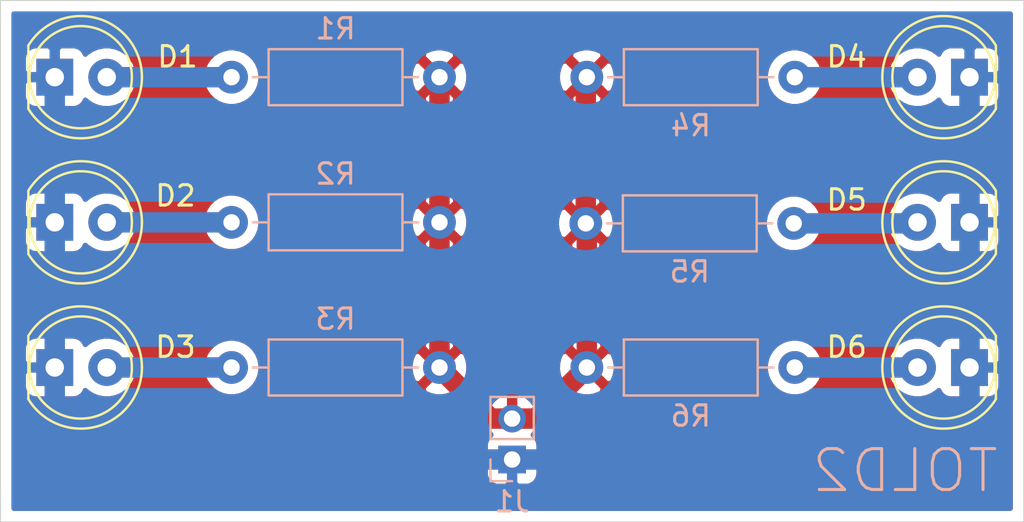
<source format=kicad_pcb>
(kicad_pcb (version 20171130) (host pcbnew 5.1.5+dfsg1-2build2)

  (general
    (thickness 1.6)
    (drawings 5)
    (tracks 27)
    (zones 0)
    (modules 13)
    (nets 9)
  )

  (page User 132.512 102.006)
  (layers
    (0 F.Cu signal)
    (31 B.Cu signal)
    (32 B.Adhes user)
    (33 F.Adhes user)
    (34 B.Paste user)
    (35 F.Paste user)
    (36 B.SilkS user)
    (37 F.SilkS user)
    (38 B.Mask user)
    (39 F.Mask user)
    (40 Dwgs.User user)
    (41 Cmts.User user)
    (42 Eco1.User user)
    (43 Eco2.User user)
    (44 Edge.Cuts user)
    (45 Margin user)
    (46 B.CrtYd user)
    (47 F.CrtYd user)
    (48 B.Fab user)
    (49 F.Fab user)
  )

  (setup
    (last_trace_width 1)
    (trace_clearance 0.2)
    (zone_clearance 0.508)
    (zone_45_only no)
    (trace_min 0.2)
    (via_size 1)
    (via_drill 0.6)
    (via_min_size 0.4)
    (via_min_drill 0.3)
    (uvia_size 0.5)
    (uvia_drill 0.2)
    (uvias_allowed no)
    (uvia_min_size 0.2)
    (uvia_min_drill 0.1)
    (edge_width 0.05)
    (segment_width 0.2)
    (pcb_text_width 0.3)
    (pcb_text_size 1.5 1.5)
    (mod_edge_width 0.12)
    (mod_text_size 1 1)
    (mod_text_width 0.15)
    (pad_size 1.524 1.524)
    (pad_drill 0.762)
    (pad_to_mask_clearance 0.051)
    (solder_mask_min_width 0.25)
    (aux_axis_origin 0 0)
    (visible_elements FFFFFF7F)
    (pcbplotparams
      (layerselection 0x00080_7ffffffe)
      (usegerberextensions false)
      (usegerberattributes false)
      (usegerberadvancedattributes false)
      (creategerberjobfile false)
      (excludeedgelayer false)
      (linewidth 0.100000)
      (plotframeref false)
      (viasonmask false)
      (mode 1)
      (useauxorigin false)
      (hpglpennumber 1)
      (hpglpenspeed 20)
      (hpglpendiameter 15.000000)
      (psnegative false)
      (psa4output false)
      (plotreference true)
      (plotvalue true)
      (plotinvisibletext false)
      (padsonsilk false)
      (subtractmaskfromsilk false)
      (outputformat 4)
      (mirror false)
      (drillshape 2)
      (scaleselection 1)
      (outputdirectory ""))
  )

  (net 0 "")
  (net 1 "Net-(D1-Pad2)")
  (net 2 GND)
  (net 3 "Net-(D2-Pad2)")
  (net 4 "Net-(D3-Pad2)")
  (net 5 "Net-(D4-Pad2)")
  (net 6 "Net-(D5-Pad2)")
  (net 7 "Net-(D6-Pad2)")
  (net 8 +5V)

  (net_class Default "Esta es la clase de red por defecto."
    (clearance 0.2)
    (trace_width 1)
    (via_dia 1)
    (via_drill 0.6)
    (uvia_dia 0.5)
    (uvia_drill 0.2)
    (diff_pair_width 0.5)
    (diff_pair_gap 0.25)
    (add_net "Net-(D1-Pad2)")
    (add_net "Net-(D2-Pad2)")
    (add_net "Net-(D3-Pad2)")
    (add_net "Net-(D4-Pad2)")
    (add_net "Net-(D5-Pad2)")
    (add_net "Net-(D6-Pad2)")
  )

  (net_class GND ""
    (clearance 0.2)
    (trace_width 1)
    (via_dia 0.8)
    (via_drill 0.4)
    (uvia_dia 0.3)
    (uvia_drill 0.1)
    (add_net GND)
  )

  (net_class PWR ""
    (clearance 0.2)
    (trace_width 1)
    (via_dia 0.8)
    (via_drill 0.4)
    (uvia_dia 0.3)
    (uvia_drill 0.1)
    (add_net +5V)
  )

  (module LED_THT:LED_D5.0mm (layer F.Cu) (tedit 5995936A) (tstamp 63D85FD6)
    (at 37.35 22.65)
    (descr "LED, diameter 5.0mm, 2 pins, http://cdn-reichelt.de/documents/datenblatt/A500/LL-504BC2E-009.pdf")
    (tags "LED diameter 5.0mm 2 pins")
    (path /63D52F8E)
    (fp_text reference D1 (at 6 -1) (layer F.SilkS)
      (effects (font (size 1 1) (thickness 0.15)))
    )
    (fp_text value LED (at 6 0.3) (layer F.Fab)
      (effects (font (size 1 1) (thickness 0.15)))
    )
    (fp_text user %R (at 1.25 0) (layer F.Fab)
      (effects (font (size 0.8 0.8) (thickness 0.2)))
    )
    (fp_line (start 4.5 -3.25) (end -1.95 -3.25) (layer F.CrtYd) (width 0.05))
    (fp_line (start 4.5 3.25) (end 4.5 -3.25) (layer F.CrtYd) (width 0.05))
    (fp_line (start -1.95 3.25) (end 4.5 3.25) (layer F.CrtYd) (width 0.05))
    (fp_line (start -1.95 -3.25) (end -1.95 3.25) (layer F.CrtYd) (width 0.05))
    (fp_line (start -1.29 -1.545) (end -1.29 1.545) (layer F.SilkS) (width 0.12))
    (fp_line (start -1.23 -1.469694) (end -1.23 1.469694) (layer F.Fab) (width 0.1))
    (fp_circle (center 1.27 0) (end 3.77 0) (layer F.SilkS) (width 0.12))
    (fp_circle (center 1.27 0) (end 3.77 0) (layer F.Fab) (width 0.1))
    (fp_arc (start 1.27 0) (end -1.29 1.54483) (angle -148.9) (layer F.SilkS) (width 0.12))
    (fp_arc (start 1.27 0) (end -1.29 -1.54483) (angle 148.9) (layer F.SilkS) (width 0.12))
    (fp_arc (start 1.27 0) (end -1.23 -1.469694) (angle 299.1) (layer F.Fab) (width 0.1))
    (pad 2 thru_hole circle (at 2.54 0) (size 1.8 1.8) (drill 0.9) (layers *.Cu *.Mask)
      (net 1 "Net-(D1-Pad2)"))
    (pad 1 thru_hole rect (at 0 0) (size 1.8 1.8) (drill 0.9) (layers *.Cu *.Mask)
      (net 2 GND))
    (model /home/hh03/kicad/LED_THT.3dshapes/LED_D5.0mm.step
      (at (xyz 0 0 0))
      (scale (xyz 1 1 1))
      (rotate (xyz 0 0 0))
    )
  )

  (module LED_THT:LED_D5.0mm (layer F.Cu) (tedit 5995936A) (tstamp 63D86053)
    (at 37.35 29.75)
    (descr "LED, diameter 5.0mm, 2 pins, http://cdn-reichelt.de/documents/datenblatt/A500/LL-504BC2E-009.pdf")
    (tags "LED diameter 5.0mm 2 pins")
    (path /63D53D1B)
    (fp_text reference D2 (at 5.9 -1.3) (layer F.SilkS)
      (effects (font (size 1 1) (thickness 0.15)))
    )
    (fp_text value LED (at 6 0) (layer F.Fab)
      (effects (font (size 1 1) (thickness 0.15)))
    )
    (fp_arc (start 1.27 0) (end -1.23 -1.469694) (angle 299.1) (layer F.Fab) (width 0.1))
    (fp_arc (start 1.27 0) (end -1.29 -1.54483) (angle 148.9) (layer F.SilkS) (width 0.12))
    (fp_arc (start 1.27 0) (end -1.29 1.54483) (angle -148.9) (layer F.SilkS) (width 0.12))
    (fp_circle (center 1.27 0) (end 3.77 0) (layer F.Fab) (width 0.1))
    (fp_circle (center 1.27 0) (end 3.77 0) (layer F.SilkS) (width 0.12))
    (fp_line (start -1.23 -1.469694) (end -1.23 1.469694) (layer F.Fab) (width 0.1))
    (fp_line (start -1.29 -1.545) (end -1.29 1.545) (layer F.SilkS) (width 0.12))
    (fp_line (start -1.95 -3.25) (end -1.95 3.25) (layer F.CrtYd) (width 0.05))
    (fp_line (start -1.95 3.25) (end 4.5 3.25) (layer F.CrtYd) (width 0.05))
    (fp_line (start 4.5 3.25) (end 4.5 -3.25) (layer F.CrtYd) (width 0.05))
    (fp_line (start 4.5 -3.25) (end -1.95 -3.25) (layer F.CrtYd) (width 0.05))
    (fp_text user %R (at 1.25 0) (layer F.Fab)
      (effects (font (size 0.8 0.8) (thickness 0.2)))
    )
    (pad 1 thru_hole rect (at 0 0) (size 1.8 1.8) (drill 0.9) (layers *.Cu *.Mask)
      (net 2 GND))
    (pad 2 thru_hole circle (at 2.54 0) (size 1.8 1.8) (drill 0.9) (layers *.Cu *.Mask)
      (net 3 "Net-(D2-Pad2)"))
    (model /home/hh03/kicad/LED_THT.3dshapes/LED_D5.0mm.step
      (at (xyz 0 0 0))
      (scale (xyz 1 1 1))
      (rotate (xyz 0 0 0))
    )
  )

  (module LED_THT:LED_D5.0mm (layer F.Cu) (tedit 5995936A) (tstamp 63D858A0)
    (at 37.35 36.85)
    (descr "LED, diameter 5.0mm, 2 pins, http://cdn-reichelt.de/documents/datenblatt/A500/LL-504BC2E-009.pdf")
    (tags "LED diameter 5.0mm 2 pins")
    (path /63D542CC)
    (fp_text reference D3 (at 5.9 -1) (layer F.SilkS)
      (effects (font (size 1 1) (thickness 0.15)))
    )
    (fp_text value LED (at 5.9 0.2) (layer F.Fab)
      (effects (font (size 1 1) (thickness 0.15)))
    )
    (fp_text user %R (at 1.25 0) (layer F.Fab)
      (effects (font (size 0.8 0.8) (thickness 0.2)))
    )
    (fp_line (start 4.5 -3.25) (end -1.95 -3.25) (layer F.CrtYd) (width 0.05))
    (fp_line (start 4.5 3.25) (end 4.5 -3.25) (layer F.CrtYd) (width 0.05))
    (fp_line (start -1.95 3.25) (end 4.5 3.25) (layer F.CrtYd) (width 0.05))
    (fp_line (start -1.95 -3.25) (end -1.95 3.25) (layer F.CrtYd) (width 0.05))
    (fp_line (start -1.29 -1.545) (end -1.29 1.545) (layer F.SilkS) (width 0.12))
    (fp_line (start -1.23 -1.469694) (end -1.23 1.469694) (layer F.Fab) (width 0.1))
    (fp_circle (center 1.27 0) (end 3.77 0) (layer F.SilkS) (width 0.12))
    (fp_circle (center 1.27 0) (end 3.77 0) (layer F.Fab) (width 0.1))
    (fp_arc (start 1.27 0) (end -1.29 1.54483) (angle -148.9) (layer F.SilkS) (width 0.12))
    (fp_arc (start 1.27 0) (end -1.29 -1.54483) (angle 148.9) (layer F.SilkS) (width 0.12))
    (fp_arc (start 1.27 0) (end -1.23 -1.469694) (angle 299.1) (layer F.Fab) (width 0.1))
    (pad 2 thru_hole circle (at 2.54 0) (size 1.8 1.8) (drill 0.9) (layers *.Cu *.Mask)
      (net 4 "Net-(D3-Pad2)"))
    (pad 1 thru_hole rect (at 0 0) (size 1.8 1.8) (drill 0.9) (layers *.Cu *.Mask)
      (net 2 GND))
    (model /home/hh03/kicad/LED_THT.3dshapes/LED_D5.0mm.step
      (at (xyz 0 0 0))
      (scale (xyz 1 1 1))
      (rotate (xyz 0 0 0))
    )
  )

  (module LED_THT:LED_D5.0mm (layer F.Cu) (tedit 5995936A) (tstamp 63D85A44)
    (at 82.05 22.65 180)
    (descr "LED, diameter 5.0mm, 2 pins, http://cdn-reichelt.de/documents/datenblatt/A500/LL-504BC2E-009.pdf")
    (tags "LED diameter 5.0mm 2 pins")
    (path /63D546EC)
    (fp_text reference D4 (at 6 1) (layer F.SilkS)
      (effects (font (size 1 1) (thickness 0.15)))
    )
    (fp_text value LED (at 5.9 -0.3) (layer F.Fab)
      (effects (font (size 1 1) (thickness 0.15)))
    )
    (fp_arc (start 1.27 0) (end -1.23 -1.469694) (angle 299.1) (layer F.Fab) (width 0.1))
    (fp_arc (start 1.27 0) (end -1.29 -1.54483) (angle 148.9) (layer F.SilkS) (width 0.12))
    (fp_arc (start 1.27 0) (end -1.29 1.54483) (angle -148.9) (layer F.SilkS) (width 0.12))
    (fp_circle (center 1.27 0) (end 3.77 0) (layer F.Fab) (width 0.1))
    (fp_circle (center 1.27 0) (end 3.77 0) (layer F.SilkS) (width 0.12))
    (fp_line (start -1.23 -1.469694) (end -1.23 1.469694) (layer F.Fab) (width 0.1))
    (fp_line (start -1.29 -1.545) (end -1.29 1.545) (layer F.SilkS) (width 0.12))
    (fp_line (start -1.95 -3.25) (end -1.95 3.25) (layer F.CrtYd) (width 0.05))
    (fp_line (start -1.95 3.25) (end 4.5 3.25) (layer F.CrtYd) (width 0.05))
    (fp_line (start 4.5 3.25) (end 4.5 -3.25) (layer F.CrtYd) (width 0.05))
    (fp_line (start 4.5 -3.25) (end -1.95 -3.25) (layer F.CrtYd) (width 0.05))
    (fp_text user %R (at 1.25 0) (layer F.Fab)
      (effects (font (size 0.8 0.8) (thickness 0.2)))
    )
    (pad 1 thru_hole rect (at 0 0 180) (size 1.8 1.8) (drill 0.9) (layers *.Cu *.Mask)
      (net 2 GND))
    (pad 2 thru_hole circle (at 2.54 0 180) (size 1.8 1.8) (drill 0.9) (layers *.Cu *.Mask)
      (net 5 "Net-(D4-Pad2)"))
    (model /home/hh03/kicad/LED_THT.3dshapes/LED_D5.0mm.step
      (at (xyz 0 0 0))
      (scale (xyz 1 1 1))
      (rotate (xyz 0 0 0))
    )
  )

  (module LED_THT:LED_D5.0mm (layer F.Cu) (tedit 5995936A) (tstamp 63D8583A)
    (at 82.05 29.75 180)
    (descr "LED, diameter 5.0mm, 2 pins, http://cdn-reichelt.de/documents/datenblatt/A500/LL-504BC2E-009.pdf")
    (tags "LED diameter 5.0mm 2 pins")
    (path /63D54C25)
    (fp_text reference D5 (at 6 1.1) (layer F.SilkS)
      (effects (font (size 1 1) (thickness 0.15)))
    )
    (fp_text value LED (at 6 -0.3) (layer F.Fab)
      (effects (font (size 1 1) (thickness 0.15)))
    )
    (fp_text user %R (at 1.25 0) (layer F.Fab)
      (effects (font (size 0.8 0.8) (thickness 0.2)))
    )
    (fp_line (start 4.5 -3.25) (end -1.95 -3.25) (layer F.CrtYd) (width 0.05))
    (fp_line (start 4.5 3.25) (end 4.5 -3.25) (layer F.CrtYd) (width 0.05))
    (fp_line (start -1.95 3.25) (end 4.5 3.25) (layer F.CrtYd) (width 0.05))
    (fp_line (start -1.95 -3.25) (end -1.95 3.25) (layer F.CrtYd) (width 0.05))
    (fp_line (start -1.29 -1.545) (end -1.29 1.545) (layer F.SilkS) (width 0.12))
    (fp_line (start -1.23 -1.469694) (end -1.23 1.469694) (layer F.Fab) (width 0.1))
    (fp_circle (center 1.27 0) (end 3.77 0) (layer F.SilkS) (width 0.12))
    (fp_circle (center 1.27 0) (end 3.77 0) (layer F.Fab) (width 0.1))
    (fp_arc (start 1.27 0) (end -1.29 1.54483) (angle -148.9) (layer F.SilkS) (width 0.12))
    (fp_arc (start 1.27 0) (end -1.29 -1.54483) (angle 148.9) (layer F.SilkS) (width 0.12))
    (fp_arc (start 1.27 0) (end -1.23 -1.469694) (angle 299.1) (layer F.Fab) (width 0.1))
    (pad 2 thru_hole circle (at 2.54 0 180) (size 1.8 1.8) (drill 0.9) (layers *.Cu *.Mask)
      (net 6 "Net-(D5-Pad2)"))
    (pad 1 thru_hole rect (at 0 0 180) (size 1.8 1.8) (drill 0.9) (layers *.Cu *.Mask)
      (net 2 GND))
    (model /home/hh03/kicad/LED_THT.3dshapes/LED_D5.0mm.step
      (at (xyz 0 0 0))
      (scale (xyz 1 1 1))
      (rotate (xyz 0 0 0))
    )
  )

  (module LED_THT:LED_D5.0mm (layer F.Cu) (tedit 5995936A) (tstamp 63D85807)
    (at 82.05 36.85 180)
    (descr "LED, diameter 5.0mm, 2 pins, http://cdn-reichelt.de/documents/datenblatt/A500/LL-504BC2E-009.pdf")
    (tags "LED diameter 5.0mm 2 pins")
    (path /63D5507B)
    (fp_text reference D6 (at 6 1) (layer F.SilkS)
      (effects (font (size 1 1) (thickness 0.15)))
    )
    (fp_text value LED (at 5.9 -0.3) (layer F.Fab)
      (effects (font (size 1 1) (thickness 0.15)))
    )
    (fp_arc (start 1.27 0) (end -1.23 -1.469694) (angle 299.1) (layer F.Fab) (width 0.1))
    (fp_arc (start 1.27 0) (end -1.29 -1.54483) (angle 148.9) (layer F.SilkS) (width 0.12))
    (fp_arc (start 1.27 0) (end -1.29 1.54483) (angle -148.9) (layer F.SilkS) (width 0.12))
    (fp_circle (center 1.27 0) (end 3.77 0) (layer F.Fab) (width 0.1))
    (fp_circle (center 1.27 0) (end 3.77 0) (layer F.SilkS) (width 0.12))
    (fp_line (start -1.23 -1.469694) (end -1.23 1.469694) (layer F.Fab) (width 0.1))
    (fp_line (start -1.29 -1.545) (end -1.29 1.545) (layer F.SilkS) (width 0.12))
    (fp_line (start -1.95 -3.25) (end -1.95 3.25) (layer F.CrtYd) (width 0.05))
    (fp_line (start -1.95 3.25) (end 4.5 3.25) (layer F.CrtYd) (width 0.05))
    (fp_line (start 4.5 3.25) (end 4.5 -3.25) (layer F.CrtYd) (width 0.05))
    (fp_line (start 4.5 -3.25) (end -1.95 -3.25) (layer F.CrtYd) (width 0.05))
    (fp_text user %R (at 1.25 0) (layer F.Fab)
      (effects (font (size 0.8 0.8) (thickness 0.2)))
    )
    (pad 1 thru_hole rect (at 0 0 180) (size 1.8 1.8) (drill 0.9) (layers *.Cu *.Mask)
      (net 2 GND))
    (pad 2 thru_hole circle (at 2.54 0 180) (size 1.8 1.8) (drill 0.9) (layers *.Cu *.Mask)
      (net 7 "Net-(D6-Pad2)"))
    (model /home/hh03/kicad/LED_THT.3dshapes/LED_D5.0mm.step
      (at (xyz 0 0 0))
      (scale (xyz 1 1 1))
      (rotate (xyz 0 0 0))
    )
  )

  (module Connector_PinHeader_2.00mm:PinHeader_1x02_P2.00mm_Vertical (layer B.Cu) (tedit 59FED667) (tstamp 63D85C11)
    (at 59.7 41.35)
    (descr "Through hole straight pin header, 1x02, 2.00mm pitch, single row")
    (tags "Through hole pin header THT 1x02 2.00mm single row")
    (path /63D556D7)
    (fp_text reference J1 (at 0 2.06) (layer B.SilkS)
      (effects (font (size 1 1) (thickness 0.15)) (justify mirror))
    )
    (fp_text value Screw_Terminal_01x02 (at 0 -4.06) (layer B.Fab) hide
      (effects (font (size 1 1) (thickness 0.15)) (justify mirror))
    )
    (fp_line (start -0.5 1) (end 1 1) (layer B.Fab) (width 0.1))
    (fp_line (start 1 1) (end 1 -3) (layer B.Fab) (width 0.1))
    (fp_line (start 1 -3) (end -1 -3) (layer B.Fab) (width 0.1))
    (fp_line (start -1 -3) (end -1 0.5) (layer B.Fab) (width 0.1))
    (fp_line (start -1 0.5) (end -0.5 1) (layer B.Fab) (width 0.1))
    (fp_line (start -1.06 -3.06) (end 1.06 -3.06) (layer B.SilkS) (width 0.12))
    (fp_line (start -1.06 -1) (end -1.06 -3.06) (layer B.SilkS) (width 0.12))
    (fp_line (start 1.06 -1) (end 1.06 -3.06) (layer B.SilkS) (width 0.12))
    (fp_line (start -1.06 -1) (end 1.06 -1) (layer B.SilkS) (width 0.12))
    (fp_line (start -1.06 0) (end -1.06 1.06) (layer B.SilkS) (width 0.12))
    (fp_line (start -1.06 1.06) (end 0 1.06) (layer B.SilkS) (width 0.12))
    (fp_line (start -1.5 1.5) (end -1.5 -3.5) (layer B.CrtYd) (width 0.05))
    (fp_line (start -1.5 -3.5) (end 1.5 -3.5) (layer B.CrtYd) (width 0.05))
    (fp_line (start 1.5 -3.5) (end 1.5 1.5) (layer B.CrtYd) (width 0.05))
    (fp_line (start 1.5 1.5) (end -1.5 1.5) (layer B.CrtYd) (width 0.05))
    (fp_text user %R (at 0 -1 -90) (layer B.Fab)
      (effects (font (size 1 1) (thickness 0.15)) (justify mirror))
    )
    (pad 1 thru_hole rect (at 0 0) (size 1.35 1.35) (drill 0.8) (layers *.Cu *.Mask)
      (net 2 GND))
    (pad 2 thru_hole oval (at 0 -2) (size 1.35 1.35) (drill 0.8) (layers *.Cu *.Mask)
      (net 8 +5V))
    (model /home/hh03/kicad/Connector_PinHeader_2.00mm.3dshapes/PinHeader_1x02_P2.00mm_Vertical.step
      (at (xyz 0 0 0))
      (scale (xyz 1 1 1))
      (rotate (xyz 0 0 0))
    )
  )

  (module Resistor_THT:R_Axial_DIN0207_L6.3mm_D2.5mm_P10.16mm_Horizontal (layer B.Cu) (tedit 5AE5139B) (tstamp 63D85D01)
    (at 56.15 22.65 180)
    (descr "Resistor, Axial_DIN0207 series, Axial, Horizontal, pin pitch=10.16mm, 0.25W = 1/4W, length*diameter=6.3*2.5mm^2, http://cdn-reichelt.de/documents/datenblatt/B400/1_4W%23YAG.pdf")
    (tags "Resistor Axial_DIN0207 series Axial Horizontal pin pitch 10.16mm 0.25W = 1/4W length 6.3mm diameter 2.5mm")
    (path /63D4A7D4)
    (fp_text reference R1 (at 5.08 2.37) (layer B.SilkS)
      (effects (font (size 1 1) (thickness 0.15)) (justify mirror))
    )
    (fp_text value 160 (at 5.08 -2.37) (layer B.Fab)
      (effects (font (size 1 1) (thickness 0.15)) (justify mirror))
    )
    (fp_text user %R (at 5.08 0) (layer B.Fab)
      (effects (font (size 1 1) (thickness 0.15)) (justify mirror))
    )
    (fp_line (start 11.21 1.5) (end -1.05 1.5) (layer B.CrtYd) (width 0.05))
    (fp_line (start 11.21 -1.5) (end 11.21 1.5) (layer B.CrtYd) (width 0.05))
    (fp_line (start -1.05 -1.5) (end 11.21 -1.5) (layer B.CrtYd) (width 0.05))
    (fp_line (start -1.05 1.5) (end -1.05 -1.5) (layer B.CrtYd) (width 0.05))
    (fp_line (start 9.12 0) (end 8.35 0) (layer B.SilkS) (width 0.12))
    (fp_line (start 1.04 0) (end 1.81 0) (layer B.SilkS) (width 0.12))
    (fp_line (start 8.35 1.37) (end 1.81 1.37) (layer B.SilkS) (width 0.12))
    (fp_line (start 8.35 -1.37) (end 8.35 1.37) (layer B.SilkS) (width 0.12))
    (fp_line (start 1.81 -1.37) (end 8.35 -1.37) (layer B.SilkS) (width 0.12))
    (fp_line (start 1.81 1.37) (end 1.81 -1.37) (layer B.SilkS) (width 0.12))
    (fp_line (start 10.16 0) (end 8.23 0) (layer B.Fab) (width 0.1))
    (fp_line (start 0 0) (end 1.93 0) (layer B.Fab) (width 0.1))
    (fp_line (start 8.23 1.25) (end 1.93 1.25) (layer B.Fab) (width 0.1))
    (fp_line (start 8.23 -1.25) (end 8.23 1.25) (layer B.Fab) (width 0.1))
    (fp_line (start 1.93 -1.25) (end 8.23 -1.25) (layer B.Fab) (width 0.1))
    (fp_line (start 1.93 1.25) (end 1.93 -1.25) (layer B.Fab) (width 0.1))
    (pad 2 thru_hole oval (at 10.16 0 180) (size 1.6 1.6) (drill 0.8) (layers *.Cu *.Mask)
      (net 1 "Net-(D1-Pad2)"))
    (pad 1 thru_hole circle (at 0 0 180) (size 1.6 1.6) (drill 0.8) (layers *.Cu *.Mask)
      (net 8 +5V))
    (model /home/hh03/kicad/Resistor_THT.3dshapes/R_Axial_DIN0207_L6.3mm_D2.5mm_P10.16mm_Horizontal.step
      (at (xyz 0 0 0))
      (scale (xyz 1 1 1))
      (rotate (xyz 0 0 0))
    )
  )

  (module Resistor_THT:R_Axial_DIN0207_L6.3mm_D2.5mm_P10.16mm_Horizontal (layer B.Cu) (tedit 5AE5139B) (tstamp 63D85749)
    (at 56.15 29.75 180)
    (descr "Resistor, Axial_DIN0207 series, Axial, Horizontal, pin pitch=10.16mm, 0.25W = 1/4W, length*diameter=6.3*2.5mm^2, http://cdn-reichelt.de/documents/datenblatt/B400/1_4W%23YAG.pdf")
    (tags "Resistor Axial_DIN0207 series Axial Horizontal pin pitch 10.16mm 0.25W = 1/4W length 6.3mm diameter 2.5mm")
    (path /63D4ACF7)
    (fp_text reference R2 (at 5.08 2.37) (layer B.SilkS)
      (effects (font (size 1 1) (thickness 0.15)) (justify mirror))
    )
    (fp_text value 160 (at 5.08 -2.37) (layer B.Fab)
      (effects (font (size 1 1) (thickness 0.15)) (justify mirror))
    )
    (fp_line (start 1.93 1.25) (end 1.93 -1.25) (layer B.Fab) (width 0.1))
    (fp_line (start 1.93 -1.25) (end 8.23 -1.25) (layer B.Fab) (width 0.1))
    (fp_line (start 8.23 -1.25) (end 8.23 1.25) (layer B.Fab) (width 0.1))
    (fp_line (start 8.23 1.25) (end 1.93 1.25) (layer B.Fab) (width 0.1))
    (fp_line (start 0 0) (end 1.93 0) (layer B.Fab) (width 0.1))
    (fp_line (start 10.16 0) (end 8.23 0) (layer B.Fab) (width 0.1))
    (fp_line (start 1.81 1.37) (end 1.81 -1.37) (layer B.SilkS) (width 0.12))
    (fp_line (start 1.81 -1.37) (end 8.35 -1.37) (layer B.SilkS) (width 0.12))
    (fp_line (start 8.35 -1.37) (end 8.35 1.37) (layer B.SilkS) (width 0.12))
    (fp_line (start 8.35 1.37) (end 1.81 1.37) (layer B.SilkS) (width 0.12))
    (fp_line (start 1.04 0) (end 1.81 0) (layer B.SilkS) (width 0.12))
    (fp_line (start 9.12 0) (end 8.35 0) (layer B.SilkS) (width 0.12))
    (fp_line (start -1.05 1.5) (end -1.05 -1.5) (layer B.CrtYd) (width 0.05))
    (fp_line (start -1.05 -1.5) (end 11.21 -1.5) (layer B.CrtYd) (width 0.05))
    (fp_line (start 11.21 -1.5) (end 11.21 1.5) (layer B.CrtYd) (width 0.05))
    (fp_line (start 11.21 1.5) (end -1.05 1.5) (layer B.CrtYd) (width 0.05))
    (fp_text user %R (at 5.08 0) (layer B.Fab)
      (effects (font (size 1 1) (thickness 0.15)) (justify mirror))
    )
    (pad 1 thru_hole circle (at 0 0 180) (size 1.6 1.6) (drill 0.8) (layers *.Cu *.Mask)
      (net 8 +5V))
    (pad 2 thru_hole oval (at 10.16 0 180) (size 1.6 1.6) (drill 0.8) (layers *.Cu *.Mask)
      (net 3 "Net-(D2-Pad2)"))
    (model /home/hh03/kicad/Resistor_THT.3dshapes/R_Axial_DIN0207_L6.3mm_D2.5mm_P10.16mm_Horizontal.step
      (at (xyz 0 0 0))
      (scale (xyz 1 1 1))
      (rotate (xyz 0 0 0))
    )
  )

  (module Resistor_THT:R_Axial_DIN0207_L6.3mm_D2.5mm_P10.16mm_Horizontal (layer B.Cu) (tedit 5AE5139B) (tstamp 63D85DF6)
    (at 56.15 36.85 180)
    (descr "Resistor, Axial_DIN0207 series, Axial, Horizontal, pin pitch=10.16mm, 0.25W = 1/4W, length*diameter=6.3*2.5mm^2, http://cdn-reichelt.de/documents/datenblatt/B400/1_4W%23YAG.pdf")
    (tags "Resistor Axial_DIN0207 series Axial Horizontal pin pitch 10.16mm 0.25W = 1/4W length 6.3mm diameter 2.5mm")
    (path /63D4B3B5)
    (fp_text reference R3 (at 5.08 2.37) (layer B.SilkS)
      (effects (font (size 1 1) (thickness 0.15)) (justify mirror))
    )
    (fp_text value 160 (at 5.08 -2.37) (layer B.Fab)
      (effects (font (size 1 1) (thickness 0.15)) (justify mirror))
    )
    (fp_text user %R (at 5.08 0) (layer B.Fab)
      (effects (font (size 1 1) (thickness 0.15)) (justify mirror))
    )
    (fp_line (start 11.21 1.5) (end -1.05 1.5) (layer B.CrtYd) (width 0.05))
    (fp_line (start 11.21 -1.5) (end 11.21 1.5) (layer B.CrtYd) (width 0.05))
    (fp_line (start -1.05 -1.5) (end 11.21 -1.5) (layer B.CrtYd) (width 0.05))
    (fp_line (start -1.05 1.5) (end -1.05 -1.5) (layer B.CrtYd) (width 0.05))
    (fp_line (start 9.12 0) (end 8.35 0) (layer B.SilkS) (width 0.12))
    (fp_line (start 1.04 0) (end 1.81 0) (layer B.SilkS) (width 0.12))
    (fp_line (start 8.35 1.37) (end 1.81 1.37) (layer B.SilkS) (width 0.12))
    (fp_line (start 8.35 -1.37) (end 8.35 1.37) (layer B.SilkS) (width 0.12))
    (fp_line (start 1.81 -1.37) (end 8.35 -1.37) (layer B.SilkS) (width 0.12))
    (fp_line (start 1.81 1.37) (end 1.81 -1.37) (layer B.SilkS) (width 0.12))
    (fp_line (start 10.16 0) (end 8.23 0) (layer B.Fab) (width 0.1))
    (fp_line (start 0 0) (end 1.93 0) (layer B.Fab) (width 0.1))
    (fp_line (start 8.23 1.25) (end 1.93 1.25) (layer B.Fab) (width 0.1))
    (fp_line (start 8.23 -1.25) (end 8.23 1.25) (layer B.Fab) (width 0.1))
    (fp_line (start 1.93 -1.25) (end 8.23 -1.25) (layer B.Fab) (width 0.1))
    (fp_line (start 1.93 1.25) (end 1.93 -1.25) (layer B.Fab) (width 0.1))
    (pad 2 thru_hole oval (at 10.16 0 180) (size 1.6 1.6) (drill 0.8) (layers *.Cu *.Mask)
      (net 4 "Net-(D3-Pad2)"))
    (pad 1 thru_hole circle (at 0 0 180) (size 1.6 1.6) (drill 0.8) (layers *.Cu *.Mask)
      (net 8 +5V))
    (model /home/hh03/kicad/Resistor_THT.3dshapes/R_Axial_DIN0207_L6.3mm_D2.5mm_P10.16mm_Horizontal.step
      (at (xyz 0 0 0))
      (scale (xyz 1 1 1))
      (rotate (xyz 0 0 0))
    )
  )

  (module Resistor_THT:R_Axial_DIN0207_L6.3mm_D2.5mm_P10.16mm_Horizontal (layer B.Cu) (tedit 5AE5139B) (tstamp 63D8578B)
    (at 63.35 22.65)
    (descr "Resistor, Axial_DIN0207 series, Axial, Horizontal, pin pitch=10.16mm, 0.25W = 1/4W, length*diameter=6.3*2.5mm^2, http://cdn-reichelt.de/documents/datenblatt/B400/1_4W%23YAG.pdf")
    (tags "Resistor Axial_DIN0207 series Axial Horizontal pin pitch 10.16mm 0.25W = 1/4W length 6.3mm diameter 2.5mm")
    (path /63D4BC0C)
    (fp_text reference R4 (at 5.08 2.37) (layer B.SilkS)
      (effects (font (size 1 1) (thickness 0.15)) (justify mirror))
    )
    (fp_text value 160 (at 5.08 -2.37) (layer B.Fab)
      (effects (font (size 1 1) (thickness 0.15)) (justify mirror))
    )
    (fp_line (start 1.93 1.25) (end 1.93 -1.25) (layer B.Fab) (width 0.1))
    (fp_line (start 1.93 -1.25) (end 8.23 -1.25) (layer B.Fab) (width 0.1))
    (fp_line (start 8.23 -1.25) (end 8.23 1.25) (layer B.Fab) (width 0.1))
    (fp_line (start 8.23 1.25) (end 1.93 1.25) (layer B.Fab) (width 0.1))
    (fp_line (start 0 0) (end 1.93 0) (layer B.Fab) (width 0.1))
    (fp_line (start 10.16 0) (end 8.23 0) (layer B.Fab) (width 0.1))
    (fp_line (start 1.81 1.37) (end 1.81 -1.37) (layer B.SilkS) (width 0.12))
    (fp_line (start 1.81 -1.37) (end 8.35 -1.37) (layer B.SilkS) (width 0.12))
    (fp_line (start 8.35 -1.37) (end 8.35 1.37) (layer B.SilkS) (width 0.12))
    (fp_line (start 8.35 1.37) (end 1.81 1.37) (layer B.SilkS) (width 0.12))
    (fp_line (start 1.04 0) (end 1.81 0) (layer B.SilkS) (width 0.12))
    (fp_line (start 9.12 0) (end 8.35 0) (layer B.SilkS) (width 0.12))
    (fp_line (start -1.05 1.5) (end -1.05 -1.5) (layer B.CrtYd) (width 0.05))
    (fp_line (start -1.05 -1.5) (end 11.21 -1.5) (layer B.CrtYd) (width 0.05))
    (fp_line (start 11.21 -1.5) (end 11.21 1.5) (layer B.CrtYd) (width 0.05))
    (fp_line (start 11.21 1.5) (end -1.05 1.5) (layer B.CrtYd) (width 0.05))
    (fp_text user %R (at 5.08 0) (layer B.Fab)
      (effects (font (size 1 1) (thickness 0.15)) (justify mirror))
    )
    (pad 1 thru_hole circle (at 0 0) (size 1.6 1.6) (drill 0.8) (layers *.Cu *.Mask)
      (net 8 +5V))
    (pad 2 thru_hole oval (at 10.16 0) (size 1.6 1.6) (drill 0.8) (layers *.Cu *.Mask)
      (net 5 "Net-(D4-Pad2)"))
    (model /home/hh03/kicad/Resistor_THT.3dshapes/R_Axial_DIN0207_L6.3mm_D2.5mm_P10.16mm_Horizontal.step
      (at (xyz 0 0 0))
      (scale (xyz 1 1 1))
      (rotate (xyz 0 0 0))
    )
  )

  (module Resistor_THT:R_Axial_DIN0207_L6.3mm_D2.5mm_P10.16mm_Horizontal (layer B.Cu) (tedit 5AE5139B) (tstamp 63D859C2)
    (at 63.3 29.8)
    (descr "Resistor, Axial_DIN0207 series, Axial, Horizontal, pin pitch=10.16mm, 0.25W = 1/4W, length*diameter=6.3*2.5mm^2, http://cdn-reichelt.de/documents/datenblatt/B400/1_4W%23YAG.pdf")
    (tags "Resistor Axial_DIN0207 series Axial Horizontal pin pitch 10.16mm 0.25W = 1/4W length 6.3mm diameter 2.5mm")
    (path /63D4BF0C)
    (fp_text reference R5 (at 5.08 2.37) (layer B.SilkS)
      (effects (font (size 1 1) (thickness 0.15)) (justify mirror))
    )
    (fp_text value 160 (at 5.08 -2.37) (layer B.Fab)
      (effects (font (size 1 1) (thickness 0.15)) (justify mirror))
    )
    (fp_text user %R (at 5.08 0) (layer B.Fab)
      (effects (font (size 1 1) (thickness 0.15)) (justify mirror))
    )
    (fp_line (start 11.21 1.5) (end -1.05 1.5) (layer B.CrtYd) (width 0.05))
    (fp_line (start 11.21 -1.5) (end 11.21 1.5) (layer B.CrtYd) (width 0.05))
    (fp_line (start -1.05 -1.5) (end 11.21 -1.5) (layer B.CrtYd) (width 0.05))
    (fp_line (start -1.05 1.5) (end -1.05 -1.5) (layer B.CrtYd) (width 0.05))
    (fp_line (start 9.12 0) (end 8.35 0) (layer B.SilkS) (width 0.12))
    (fp_line (start 1.04 0) (end 1.81 0) (layer B.SilkS) (width 0.12))
    (fp_line (start 8.35 1.37) (end 1.81 1.37) (layer B.SilkS) (width 0.12))
    (fp_line (start 8.35 -1.37) (end 8.35 1.37) (layer B.SilkS) (width 0.12))
    (fp_line (start 1.81 -1.37) (end 8.35 -1.37) (layer B.SilkS) (width 0.12))
    (fp_line (start 1.81 1.37) (end 1.81 -1.37) (layer B.SilkS) (width 0.12))
    (fp_line (start 10.16 0) (end 8.23 0) (layer B.Fab) (width 0.1))
    (fp_line (start 0 0) (end 1.93 0) (layer B.Fab) (width 0.1))
    (fp_line (start 8.23 1.25) (end 1.93 1.25) (layer B.Fab) (width 0.1))
    (fp_line (start 8.23 -1.25) (end 8.23 1.25) (layer B.Fab) (width 0.1))
    (fp_line (start 1.93 -1.25) (end 8.23 -1.25) (layer B.Fab) (width 0.1))
    (fp_line (start 1.93 1.25) (end 1.93 -1.25) (layer B.Fab) (width 0.1))
    (pad 2 thru_hole oval (at 10.16 0) (size 1.6 1.6) (drill 0.8) (layers *.Cu *.Mask)
      (net 6 "Net-(D5-Pad2)"))
    (pad 1 thru_hole circle (at 0 0) (size 1.6 1.6) (drill 0.8) (layers *.Cu *.Mask)
      (net 8 +5V))
    (model /home/hh03/kicad/Resistor_THT.3dshapes/R_Axial_DIN0207_L6.3mm_D2.5mm_P10.16mm_Horizontal.step
      (at (xyz 0 0 0))
      (scale (xyz 1 1 1))
      (rotate (xyz 0 0 0))
    )
  )

  (module Resistor_THT:R_Axial_DIN0207_L6.3mm_D2.5mm_P10.16mm_Horizontal (layer B.Cu) (tedit 5AE5139B) (tstamp 63D8593E)
    (at 63.35 36.85)
    (descr "Resistor, Axial_DIN0207 series, Axial, Horizontal, pin pitch=10.16mm, 0.25W = 1/4W, length*diameter=6.3*2.5mm^2, http://cdn-reichelt.de/documents/datenblatt/B400/1_4W%23YAG.pdf")
    (tags "Resistor Axial_DIN0207 series Axial Horizontal pin pitch 10.16mm 0.25W = 1/4W length 6.3mm diameter 2.5mm")
    (path /63D52AE4)
    (fp_text reference R6 (at 5.08 2.37) (layer B.SilkS)
      (effects (font (size 1 1) (thickness 0.15)) (justify mirror))
    )
    (fp_text value 160 (at 5.08 -2.37) (layer B.Fab)
      (effects (font (size 1 1) (thickness 0.15)) (justify mirror))
    )
    (fp_line (start 1.93 1.25) (end 1.93 -1.25) (layer B.Fab) (width 0.1))
    (fp_line (start 1.93 -1.25) (end 8.23 -1.25) (layer B.Fab) (width 0.1))
    (fp_line (start 8.23 -1.25) (end 8.23 1.25) (layer B.Fab) (width 0.1))
    (fp_line (start 8.23 1.25) (end 1.93 1.25) (layer B.Fab) (width 0.1))
    (fp_line (start 0 0) (end 1.93 0) (layer B.Fab) (width 0.1))
    (fp_line (start 10.16 0) (end 8.23 0) (layer B.Fab) (width 0.1))
    (fp_line (start 1.81 1.37) (end 1.81 -1.37) (layer B.SilkS) (width 0.12))
    (fp_line (start 1.81 -1.37) (end 8.35 -1.37) (layer B.SilkS) (width 0.12))
    (fp_line (start 8.35 -1.37) (end 8.35 1.37) (layer B.SilkS) (width 0.12))
    (fp_line (start 8.35 1.37) (end 1.81 1.37) (layer B.SilkS) (width 0.12))
    (fp_line (start 1.04 0) (end 1.81 0) (layer B.SilkS) (width 0.12))
    (fp_line (start 9.12 0) (end 8.35 0) (layer B.SilkS) (width 0.12))
    (fp_line (start -1.05 1.5) (end -1.05 -1.5) (layer B.CrtYd) (width 0.05))
    (fp_line (start -1.05 -1.5) (end 11.21 -1.5) (layer B.CrtYd) (width 0.05))
    (fp_line (start 11.21 -1.5) (end 11.21 1.5) (layer B.CrtYd) (width 0.05))
    (fp_line (start 11.21 1.5) (end -1.05 1.5) (layer B.CrtYd) (width 0.05))
    (fp_text user %R (at 5.08 0) (layer B.Fab)
      (effects (font (size 1 1) (thickness 0.15)) (justify mirror))
    )
    (pad 1 thru_hole circle (at 0 0) (size 1.6 1.6) (drill 0.8) (layers *.Cu *.Mask)
      (net 8 +5V))
    (pad 2 thru_hole oval (at 10.16 0) (size 1.6 1.6) (drill 0.8) (layers *.Cu *.Mask)
      (net 7 "Net-(D6-Pad2)"))
    (model /home/hh03/kicad/Resistor_THT.3dshapes/R_Axial_DIN0207_L6.3mm_D2.5mm_P10.16mm_Horizontal.step
      (at (xyz 0 0 0))
      (scale (xyz 1 1 1))
      (rotate (xyz 0 0 0))
    )
  )

  (gr_text TOLD2 (at 78.9 41.9) (layer B.SilkS)
    (effects (font (size 2 2) (thickness 0.15)) (justify mirror))
  )
  (gr_line (start 34.7 18.9) (end 34.7 44.4) (layer Edge.Cuts) (width 0.05) (tstamp 63D850F5))
  (gr_line (start 84.7 18.9) (end 34.7 18.9) (layer Edge.Cuts) (width 0.05))
  (gr_line (start 84.7 44.4) (end 84.7 18.9) (layer Edge.Cuts) (width 0.05))
  (gr_line (start 34.7 44.4) (end 84.7 44.4) (layer Edge.Cuts) (width 0.05))

  (segment (start 39.89 22.65) (end 45.99 22.65) (width 1) (layer B.Cu) (net 1))
  (segment (start 82.05 38.75) (end 82.05 36.85) (width 1) (layer B.Cu) (net 2))
  (segment (start 79.45 41.35) (end 82.05 38.75) (width 1) (layer B.Cu) (net 2))
  (segment (start 59.7 41.35) (end 79.45 41.35) (width 1) (layer B.Cu) (net 2))
  (segment (start 37.35 38.75) (end 37.35 36.85) (width 1) (layer B.Cu) (net 2))
  (segment (start 39.95 41.35) (end 37.35 38.75) (width 1) (layer B.Cu) (net 2))
  (segment (start 59.7 41.35) (end 39.95 41.35) (width 1) (layer B.Cu) (net 2))
  (segment (start 82.05 36.85) (end 82.05 29.75) (width 1) (layer B.Cu) (net 2))
  (segment (start 82.05 29.75) (end 82.05 22.65) (width 1) (layer B.Cu) (net 2))
  (segment (start 37.35 22.65) (end 37.35 29.75) (width 1) (layer B.Cu) (net 2))
  (segment (start 37.35 29.75) (end 37.35 36.85) (width 1) (layer B.Cu) (net 2))
  (segment (start 39.89 29.75) (end 45.99 29.75) (width 1) (layer B.Cu) (net 3))
  (segment (start 39.89 36.85) (end 45.99 36.85) (width 1) (layer B.Cu) (net 4))
  (segment (start 73.51 22.65) (end 79.51 22.65) (width 1) (layer B.Cu) (net 5))
  (segment (start 79.46 29.8) (end 79.51 29.75) (width 1) (layer B.Cu) (net 6))
  (segment (start 73.46 29.8) (end 79.46 29.8) (width 1) (layer B.Cu) (net 6))
  (segment (start 73.51 36.85) (end 79.51 36.85) (width 1) (layer B.Cu) (net 7))
  (segment (start 60.85 39.35) (end 63.35 36.85) (width 1) (layer F.Cu) (net 8))
  (segment (start 59.7 39.35) (end 60.85 39.35) (width 1) (layer F.Cu) (net 8))
  (segment (start 58.65 39.35) (end 56.15 36.85) (width 1) (layer F.Cu) (net 8))
  (segment (start 59.7 39.35) (end 58.65 39.35) (width 1) (layer F.Cu) (net 8))
  (segment (start 56.15 36.85) (end 56.15 29.75) (width 1) (layer F.Cu) (net 8))
  (segment (start 56.15 29.75) (end 56.15 22.65) (width 1) (layer F.Cu) (net 8))
  (segment (start 63.3 22.7) (end 63.35 22.65) (width 1) (layer F.Cu) (net 8))
  (segment (start 63.3 29.8) (end 63.3 22.7) (width 1) (layer F.Cu) (net 8))
  (segment (start 63.35 29.85) (end 63.3 29.8) (width 1) (layer F.Cu) (net 8))
  (segment (start 63.35 36.85) (end 63.35 29.85) (width 1) (layer F.Cu) (net 8))

  (zone (net 2) (net_name GND) (layer B.Cu) (tstamp 63DBB2DC) (hatch edge 0.508)
    (connect_pads (clearance 0.508))
    (min_thickness 0.254)
    (fill yes (arc_segments 32) (thermal_gap 0.508) (thermal_bridge_width 0.508))
    (polygon
      (pts
        (xy 84.5 44.4) (xy 34.7 44.4) (xy 34.7 18.9) (xy 84.6 18.9)
      )
    )
    (filled_polygon
      (pts
        (xy 84.04 43.74) (xy 35.36 43.74) (xy 35.36 42.025) (xy 58.386928 42.025) (xy 58.399188 42.149482)
        (xy 58.435498 42.26918) (xy 58.494463 42.379494) (xy 58.573815 42.476185) (xy 58.670506 42.555537) (xy 58.78082 42.614502)
        (xy 58.900518 42.650812) (xy 59.025 42.663072) (xy 59.41425 42.66) (xy 59.573 42.50125) (xy 59.573 41.477)
        (xy 59.827 41.477) (xy 59.827 42.50125) (xy 59.98575 42.66) (xy 60.375 42.663072) (xy 60.499482 42.650812)
        (xy 60.61918 42.614502) (xy 60.729494 42.555537) (xy 60.826185 42.476185) (xy 60.905537 42.379494) (xy 60.964502 42.26918)
        (xy 61.000812 42.149482) (xy 61.013072 42.025) (xy 61.01 41.63575) (xy 60.85125 41.477) (xy 59.827 41.477)
        (xy 59.573 41.477) (xy 58.54875 41.477) (xy 58.39 41.63575) (xy 58.386928 42.025) (xy 35.36 42.025)
        (xy 35.36 40.675) (xy 58.386928 40.675) (xy 58.39 41.06425) (xy 58.54875 41.223) (xy 59.573 41.223)
        (xy 59.573 41.203) (xy 59.827 41.203) (xy 59.827 41.223) (xy 60.85125 41.223) (xy 61.01 41.06425)
        (xy 61.013072 40.675) (xy 61.000812 40.550518) (xy 60.964502 40.43082) (xy 60.905537 40.320506) (xy 60.826185 40.223815)
        (xy 60.739303 40.152513) (xy 60.860907 39.970518) (xy 60.959658 39.732113) (xy 61.01 39.479024) (xy 61.01 39.220976)
        (xy 60.959658 38.967887) (xy 60.860907 38.729482) (xy 60.717544 38.514923) (xy 60.535077 38.332456) (xy 60.320518 38.189093)
        (xy 60.082113 38.090342) (xy 59.829024 38.04) (xy 59.570976 38.04) (xy 59.317887 38.090342) (xy 59.079482 38.189093)
        (xy 58.864923 38.332456) (xy 58.682456 38.514923) (xy 58.539093 38.729482) (xy 58.440342 38.967887) (xy 58.39 39.220976)
        (xy 58.39 39.479024) (xy 58.440342 39.732113) (xy 58.539093 39.970518) (xy 58.660697 40.152513) (xy 58.573815 40.223815)
        (xy 58.494463 40.320506) (xy 58.435498 40.43082) (xy 58.399188 40.550518) (xy 58.386928 40.675) (xy 35.36 40.675)
        (xy 35.36 37.75) (xy 35.811928 37.75) (xy 35.824188 37.874482) (xy 35.860498 37.99418) (xy 35.919463 38.104494)
        (xy 35.998815 38.201185) (xy 36.095506 38.280537) (xy 36.20582 38.339502) (xy 36.325518 38.375812) (xy 36.45 38.388072)
        (xy 37.06425 38.385) (xy 37.223 38.22625) (xy 37.223 36.977) (xy 35.97375 36.977) (xy 35.815 37.13575)
        (xy 35.811928 37.75) (xy 35.36 37.75) (xy 35.36 35.95) (xy 35.811928 35.95) (xy 35.815 36.56425)
        (xy 35.97375 36.723) (xy 37.223 36.723) (xy 37.223 35.47375) (xy 37.477 35.47375) (xy 37.477 36.723)
        (xy 37.497 36.723) (xy 37.497 36.977) (xy 37.477 36.977) (xy 37.477 38.22625) (xy 37.63575 38.385)
        (xy 38.25 38.388072) (xy 38.374482 38.375812) (xy 38.49418 38.339502) (xy 38.604494 38.280537) (xy 38.701185 38.201185)
        (xy 38.780537 38.104494) (xy 38.839502 37.99418) (xy 38.845056 37.975873) (xy 38.911495 38.042312) (xy 39.162905 38.210299)
        (xy 39.442257 38.326011) (xy 39.738816 38.385) (xy 40.041184 38.385) (xy 40.337743 38.326011) (xy 40.617095 38.210299)
        (xy 40.868505 38.042312) (xy 40.925817 37.985) (xy 45.105716 37.985) (xy 45.310273 38.12168) (xy 45.571426 38.229853)
        (xy 45.848665 38.285) (xy 46.131335 38.285) (xy 46.408574 38.229853) (xy 46.669727 38.12168) (xy 46.904759 37.964637)
        (xy 47.104637 37.764759) (xy 47.26168 37.529727) (xy 47.369853 37.268574) (xy 47.425 36.991335) (xy 47.425 36.708665)
        (xy 54.715 36.708665) (xy 54.715 36.991335) (xy 54.770147 37.268574) (xy 54.87832 37.529727) (xy 55.035363 37.764759)
        (xy 55.235241 37.964637) (xy 55.470273 38.12168) (xy 55.731426 38.229853) (xy 56.008665 38.285) (xy 56.291335 38.285)
        (xy 56.568574 38.229853) (xy 56.829727 38.12168) (xy 57.064759 37.964637) (xy 57.264637 37.764759) (xy 57.42168 37.529727)
        (xy 57.529853 37.268574) (xy 57.585 36.991335) (xy 57.585 36.708665) (xy 61.915 36.708665) (xy 61.915 36.991335)
        (xy 61.970147 37.268574) (xy 62.07832 37.529727) (xy 62.235363 37.764759) (xy 62.435241 37.964637) (xy 62.670273 38.12168)
        (xy 62.931426 38.229853) (xy 63.208665 38.285) (xy 63.491335 38.285) (xy 63.768574 38.229853) (xy 64.029727 38.12168)
        (xy 64.264759 37.964637) (xy 64.464637 37.764759) (xy 64.62168 37.529727) (xy 64.729853 37.268574) (xy 64.785 36.991335)
        (xy 64.785 36.708665) (xy 72.075 36.708665) (xy 72.075 36.991335) (xy 72.130147 37.268574) (xy 72.23832 37.529727)
        (xy 72.395363 37.764759) (xy 72.595241 37.964637) (xy 72.830273 38.12168) (xy 73.091426 38.229853) (xy 73.368665 38.285)
        (xy 73.651335 38.285) (xy 73.928574 38.229853) (xy 74.189727 38.12168) (xy 74.394284 37.985) (xy 78.474183 37.985)
        (xy 78.531495 38.042312) (xy 78.782905 38.210299) (xy 79.062257 38.326011) (xy 79.358816 38.385) (xy 79.661184 38.385)
        (xy 79.957743 38.326011) (xy 80.237095 38.210299) (xy 80.488505 38.042312) (xy 80.554944 37.975873) (xy 80.560498 37.99418)
        (xy 80.619463 38.104494) (xy 80.698815 38.201185) (xy 80.795506 38.280537) (xy 80.90582 38.339502) (xy 81.025518 38.375812)
        (xy 81.15 38.388072) (xy 81.76425 38.385) (xy 81.923 38.22625) (xy 81.923 36.977) (xy 82.177 36.977)
        (xy 82.177 38.22625) (xy 82.33575 38.385) (xy 82.95 38.388072) (xy 83.074482 38.375812) (xy 83.19418 38.339502)
        (xy 83.304494 38.280537) (xy 83.401185 38.201185) (xy 83.480537 38.104494) (xy 83.539502 37.99418) (xy 83.575812 37.874482)
        (xy 83.588072 37.75) (xy 83.585 37.13575) (xy 83.42625 36.977) (xy 82.177 36.977) (xy 81.923 36.977)
        (xy 81.903 36.977) (xy 81.903 36.723) (xy 81.923 36.723) (xy 81.923 35.47375) (xy 82.177 35.47375)
        (xy 82.177 36.723) (xy 83.42625 36.723) (xy 83.585 36.56425) (xy 83.588072 35.95) (xy 83.575812 35.825518)
        (xy 83.539502 35.70582) (xy 83.480537 35.595506) (xy 83.401185 35.498815) (xy 83.304494 35.419463) (xy 83.19418 35.360498)
        (xy 83.074482 35.324188) (xy 82.95 35.311928) (xy 82.33575 35.315) (xy 82.177 35.47375) (xy 81.923 35.47375)
        (xy 81.76425 35.315) (xy 81.15 35.311928) (xy 81.025518 35.324188) (xy 80.90582 35.360498) (xy 80.795506 35.419463)
        (xy 80.698815 35.498815) (xy 80.619463 35.595506) (xy 80.560498 35.70582) (xy 80.554944 35.724127) (xy 80.488505 35.657688)
        (xy 80.237095 35.489701) (xy 79.957743 35.373989) (xy 79.661184 35.315) (xy 79.358816 35.315) (xy 79.062257 35.373989)
        (xy 78.782905 35.489701) (xy 78.531495 35.657688) (xy 78.474183 35.715) (xy 74.394284 35.715) (xy 74.189727 35.57832)
        (xy 73.928574 35.470147) (xy 73.651335 35.415) (xy 73.368665 35.415) (xy 73.091426 35.470147) (xy 72.830273 35.57832)
        (xy 72.595241 35.735363) (xy 72.395363 35.935241) (xy 72.23832 36.170273) (xy 72.130147 36.431426) (xy 72.075 36.708665)
        (xy 64.785 36.708665) (xy 64.729853 36.431426) (xy 64.62168 36.170273) (xy 64.464637 35.935241) (xy 64.264759 35.735363)
        (xy 64.029727 35.57832) (xy 63.768574 35.470147) (xy 63.491335 35.415) (xy 63.208665 35.415) (xy 62.931426 35.470147)
        (xy 62.670273 35.57832) (xy 62.435241 35.735363) (xy 62.235363 35.935241) (xy 62.07832 36.170273) (xy 61.970147 36.431426)
        (xy 61.915 36.708665) (xy 57.585 36.708665) (xy 57.529853 36.431426) (xy 57.42168 36.170273) (xy 57.264637 35.935241)
        (xy 57.064759 35.735363) (xy 56.829727 35.57832) (xy 56.568574 35.470147) (xy 56.291335 35.415) (xy 56.008665 35.415)
        (xy 55.731426 35.470147) (xy 55.470273 35.57832) (xy 55.235241 35.735363) (xy 55.035363 35.935241) (xy 54.87832 36.170273)
        (xy 54.770147 36.431426) (xy 54.715 36.708665) (xy 47.425 36.708665) (xy 47.369853 36.431426) (xy 47.26168 36.170273)
        (xy 47.104637 35.935241) (xy 46.904759 35.735363) (xy 46.669727 35.57832) (xy 46.408574 35.470147) (xy 46.131335 35.415)
        (xy 45.848665 35.415) (xy 45.571426 35.470147) (xy 45.310273 35.57832) (xy 45.105716 35.715) (xy 40.925817 35.715)
        (xy 40.868505 35.657688) (xy 40.617095 35.489701) (xy 40.337743 35.373989) (xy 40.041184 35.315) (xy 39.738816 35.315)
        (xy 39.442257 35.373989) (xy 39.162905 35.489701) (xy 38.911495 35.657688) (xy 38.845056 35.724127) (xy 38.839502 35.70582)
        (xy 38.780537 35.595506) (xy 38.701185 35.498815) (xy 38.604494 35.419463) (xy 38.49418 35.360498) (xy 38.374482 35.324188)
        (xy 38.25 35.311928) (xy 37.63575 35.315) (xy 37.477 35.47375) (xy 37.223 35.47375) (xy 37.06425 35.315)
        (xy 36.45 35.311928) (xy 36.325518 35.324188) (xy 36.20582 35.360498) (xy 36.095506 35.419463) (xy 35.998815 35.498815)
        (xy 35.919463 35.595506) (xy 35.860498 35.70582) (xy 35.824188 35.825518) (xy 35.811928 35.95) (xy 35.36 35.95)
        (xy 35.36 30.65) (xy 35.811928 30.65) (xy 35.824188 30.774482) (xy 35.860498 30.89418) (xy 35.919463 31.004494)
        (xy 35.998815 31.101185) (xy 36.095506 31.180537) (xy 36.20582 31.239502) (xy 36.325518 31.275812) (xy 36.45 31.288072)
        (xy 37.06425 31.285) (xy 37.223 31.12625) (xy 37.223 29.877) (xy 35.97375 29.877) (xy 35.815 30.03575)
        (xy 35.811928 30.65) (xy 35.36 30.65) (xy 35.36 28.85) (xy 35.811928 28.85) (xy 35.815 29.46425)
        (xy 35.97375 29.623) (xy 37.223 29.623) (xy 37.223 28.37375) (xy 37.477 28.37375) (xy 37.477 29.623)
        (xy 37.497 29.623) (xy 37.497 29.877) (xy 37.477 29.877) (xy 37.477 31.12625) (xy 37.63575 31.285)
        (xy 38.25 31.288072) (xy 38.374482 31.275812) (xy 38.49418 31.239502) (xy 38.604494 31.180537) (xy 38.701185 31.101185)
        (xy 38.780537 31.004494) (xy 38.839502 30.89418) (xy 38.845056 30.875873) (xy 38.911495 30.942312) (xy 39.162905 31.110299)
        (xy 39.442257 31.226011) (xy 39.738816 31.285) (xy 40.041184 31.285) (xy 40.337743 31.226011) (xy 40.617095 31.110299)
        (xy 40.868505 30.942312) (xy 40.925817 30.885) (xy 45.105716 30.885) (xy 45.310273 31.02168) (xy 45.571426 31.129853)
        (xy 45.848665 31.185) (xy 46.131335 31.185) (xy 46.408574 31.129853) (xy 46.669727 31.02168) (xy 46.904759 30.864637)
        (xy 47.104637 30.664759) (xy 47.26168 30.429727) (xy 47.369853 30.168574) (xy 47.425 29.891335) (xy 47.425 29.608665)
        (xy 54.715 29.608665) (xy 54.715 29.891335) (xy 54.770147 30.168574) (xy 54.87832 30.429727) (xy 55.035363 30.664759)
        (xy 55.235241 30.864637) (xy 55.470273 31.02168) (xy 55.731426 31.129853) (xy 56.008665 31.185) (xy 56.291335 31.185)
        (xy 56.568574 31.129853) (xy 56.829727 31.02168) (xy 57.064759 30.864637) (xy 57.264637 30.664759) (xy 57.42168 30.429727)
        (xy 57.529853 30.168574) (xy 57.585 29.891335) (xy 57.585 29.658665) (xy 61.865 29.658665) (xy 61.865 29.941335)
        (xy 61.920147 30.218574) (xy 62.02832 30.479727) (xy 62.185363 30.714759) (xy 62.385241 30.914637) (xy 62.620273 31.07168)
        (xy 62.881426 31.179853) (xy 63.158665 31.235) (xy 63.441335 31.235) (xy 63.718574 31.179853) (xy 63.979727 31.07168)
        (xy 64.214759 30.914637) (xy 64.414637 30.714759) (xy 64.57168 30.479727) (xy 64.679853 30.218574) (xy 64.735 29.941335)
        (xy 64.735 29.658665) (xy 72.025 29.658665) (xy 72.025 29.941335) (xy 72.080147 30.218574) (xy 72.18832 30.479727)
        (xy 72.345363 30.714759) (xy 72.545241 30.914637) (xy 72.780273 31.07168) (xy 73.041426 31.179853) (xy 73.318665 31.235)
        (xy 73.601335 31.235) (xy 73.878574 31.179853) (xy 74.139727 31.07168) (xy 74.344284 30.935) (xy 78.524183 30.935)
        (xy 78.531495 30.942312) (xy 78.782905 31.110299) (xy 79.062257 31.226011) (xy 79.358816 31.285) (xy 79.661184 31.285)
        (xy 79.957743 31.226011) (xy 80.237095 31.110299) (xy 80.488505 30.942312) (xy 80.554944 30.875873) (xy 80.560498 30.89418)
        (xy 80.619463 31.004494) (xy 80.698815 31.101185) (xy 80.795506 31.180537) (xy 80.90582 31.239502) (xy 81.025518 31.275812)
        (xy 81.15 31.288072) (xy 81.76425 31.285) (xy 81.923 31.12625) (xy 81.923 29.877) (xy 82.177 29.877)
        (xy 82.177 31.12625) (xy 82.33575 31.285) (xy 82.95 31.288072) (xy 83.074482 31.275812) (xy 83.19418 31.239502)
        (xy 83.304494 31.180537) (xy 83.401185 31.101185) (xy 83.480537 31.004494) (xy 83.539502 30.89418) (xy 83.575812 30.774482)
        (xy 83.588072 30.65) (xy 83.585 30.03575) (xy 83.42625 29.877) (xy 82.177 29.877) (xy 81.923 29.877)
        (xy 81.903 29.877) (xy 81.903 29.623) (xy 81.923 29.623) (xy 81.923 28.37375) (xy 82.177 28.37375)
        (xy 82.177 29.623) (xy 83.42625 29.623) (xy 83.585 29.46425) (xy 83.588072 28.85) (xy 83.575812 28.725518)
        (xy 83.539502 28.60582) (xy 83.480537 28.495506) (xy 83.401185 28.398815) (xy 83.304494 28.319463) (xy 83.19418 28.260498)
        (xy 83.074482 28.224188) (xy 82.95 28.211928) (xy 82.33575 28.215) (xy 82.177 28.37375) (xy 81.923 28.37375)
        (xy 81.76425 28.215) (xy 81.15 28.211928) (xy 81.025518 28.224188) (xy 80.90582 28.260498) (xy 80.795506 28.319463)
        (xy 80.698815 28.398815) (xy 80.619463 28.495506) (xy 80.560498 28.60582) (xy 80.554944 28.624127) (xy 80.488505 28.557688)
        (xy 80.237095 28.389701) (xy 79.957743 28.273989) (xy 79.661184 28.215) (xy 79.358816 28.215) (xy 79.062257 28.273989)
        (xy 78.782905 28.389701) (xy 78.531495 28.557688) (xy 78.424183 28.665) (xy 74.344284 28.665) (xy 74.139727 28.52832)
        (xy 73.878574 28.420147) (xy 73.601335 28.365) (xy 73.318665 28.365) (xy 73.041426 28.420147) (xy 72.780273 28.52832)
        (xy 72.545241 28.685363) (xy 72.345363 28.885241) (xy 72.18832 29.120273) (xy 72.080147 29.381426) (xy 72.025 29.658665)
        (xy 64.735 29.658665) (xy 64.679853 29.381426) (xy 64.57168 29.120273) (xy 64.414637 28.885241) (xy 64.214759 28.685363)
        (xy 63.979727 28.52832) (xy 63.718574 28.420147) (xy 63.441335 28.365) (xy 63.158665 28.365) (xy 62.881426 28.420147)
        (xy 62.620273 28.52832) (xy 62.385241 28.685363) (xy 62.185363 28.885241) (xy 62.02832 29.120273) (xy 61.920147 29.381426)
        (xy 61.865 29.658665) (xy 57.585 29.658665) (xy 57.585 29.608665) (xy 57.529853 29.331426) (xy 57.42168 29.070273)
        (xy 57.264637 28.835241) (xy 57.064759 28.635363) (xy 56.829727 28.47832) (xy 56.568574 28.370147) (xy 56.291335 28.315)
        (xy 56.008665 28.315) (xy 55.731426 28.370147) (xy 55.470273 28.47832) (xy 55.235241 28.635363) (xy 55.035363 28.835241)
        (xy 54.87832 29.070273) (xy 54.770147 29.331426) (xy 54.715 29.608665) (xy 47.425 29.608665) (xy 47.369853 29.331426)
        (xy 47.26168 29.070273) (xy 47.104637 28.835241) (xy 46.904759 28.635363) (xy 46.669727 28.47832) (xy 46.408574 28.370147)
        (xy 46.131335 28.315) (xy 45.848665 28.315) (xy 45.571426 28.370147) (xy 45.310273 28.47832) (xy 45.105716 28.615)
        (xy 40.925817 28.615) (xy 40.868505 28.557688) (xy 40.617095 28.389701) (xy 40.337743 28.273989) (xy 40.041184 28.215)
        (xy 39.738816 28.215) (xy 39.442257 28.273989) (xy 39.162905 28.389701) (xy 38.911495 28.557688) (xy 38.845056 28.624127)
        (xy 38.839502 28.60582) (xy 38.780537 28.495506) (xy 38.701185 28.398815) (xy 38.604494 28.319463) (xy 38.49418 28.260498)
        (xy 38.374482 28.224188) (xy 38.25 28.211928) (xy 37.63575 28.215) (xy 37.477 28.37375) (xy 37.223 28.37375)
        (xy 37.06425 28.215) (xy 36.45 28.211928) (xy 36.325518 28.224188) (xy 36.20582 28.260498) (xy 36.095506 28.319463)
        (xy 35.998815 28.398815) (xy 35.919463 28.495506) (xy 35.860498 28.60582) (xy 35.824188 28.725518) (xy 35.811928 28.85)
        (xy 35.36 28.85) (xy 35.36 23.55) (xy 35.811928 23.55) (xy 35.824188 23.674482) (xy 35.860498 23.79418)
        (xy 35.919463 23.904494) (xy 35.998815 24.001185) (xy 36.095506 24.080537) (xy 36.20582 24.139502) (xy 36.325518 24.175812)
        (xy 36.45 24.188072) (xy 37.06425 24.185) (xy 37.223 24.02625) (xy 37.223 22.777) (xy 35.97375 22.777)
        (xy 35.815 22.93575) (xy 35.811928 23.55) (xy 35.36 23.55) (xy 35.36 21.75) (xy 35.811928 21.75)
        (xy 35.815 22.36425) (xy 35.97375 22.523) (xy 37.223 22.523) (xy 37.223 21.27375) (xy 37.477 21.27375)
        (xy 37.477 22.523) (xy 37.497 22.523) (xy 37.497 22.777) (xy 37.477 22.777) (xy 37.477 24.02625)
        (xy 37.63575 24.185) (xy 38.25 24.188072) (xy 38.374482 24.175812) (xy 38.49418 24.139502) (xy 38.604494 24.080537)
        (xy 38.701185 24.001185) (xy 38.780537 23.904494) (xy 38.839502 23.79418) (xy 38.845056 23.775873) (xy 38.911495 23.842312)
        (xy 39.162905 24.010299) (xy 39.442257 24.126011) (xy 39.738816 24.185) (xy 40.041184 24.185) (xy 40.337743 24.126011)
        (xy 40.617095 24.010299) (xy 40.868505 23.842312) (xy 40.925817 23.785) (xy 45.105716 23.785) (xy 45.310273 23.92168)
        (xy 45.571426 24.029853) (xy 45.848665 24.085) (xy 46.131335 24.085) (xy 46.408574 24.029853) (xy 46.669727 23.92168)
        (xy 46.904759 23.764637) (xy 47.104637 23.564759) (xy 47.26168 23.329727) (xy 47.369853 23.068574) (xy 47.425 22.791335)
        (xy 47.425 22.508665) (xy 54.715 22.508665) (xy 54.715 22.791335) (xy 54.770147 23.068574) (xy 54.87832 23.329727)
        (xy 55.035363 23.564759) (xy 55.235241 23.764637) (xy 55.470273 23.92168) (xy 55.731426 24.029853) (xy 56.008665 24.085)
        (xy 56.291335 24.085) (xy 56.568574 24.029853) (xy 56.829727 23.92168) (xy 57.064759 23.764637) (xy 57.264637 23.564759)
        (xy 57.42168 23.329727) (xy 57.529853 23.068574) (xy 57.585 22.791335) (xy 57.585 22.508665) (xy 61.915 22.508665)
        (xy 61.915 22.791335) (xy 61.970147 23.068574) (xy 62.07832 23.329727) (xy 62.235363 23.564759) (xy 62.435241 23.764637)
        (xy 62.670273 23.92168) (xy 62.931426 24.029853) (xy 63.208665 24.085) (xy 63.491335 24.085) (xy 63.768574 24.029853)
        (xy 64.029727 23.92168) (xy 64.264759 23.764637) (xy 64.464637 23.564759) (xy 64.62168 23.329727) (xy 64.729853 23.068574)
        (xy 64.785 22.791335) (xy 64.785 22.508665) (xy 72.075 22.508665) (xy 72.075 22.791335) (xy 72.130147 23.068574)
        (xy 72.23832 23.329727) (xy 72.395363 23.564759) (xy 72.595241 23.764637) (xy 72.830273 23.92168) (xy 73.091426 24.029853)
        (xy 73.368665 24.085) (xy 73.651335 24.085) (xy 73.928574 24.029853) (xy 74.189727 23.92168) (xy 74.394284 23.785)
        (xy 78.474183 23.785) (xy 78.531495 23.842312) (xy 78.782905 24.010299) (xy 79.062257 24.126011) (xy 79.358816 24.185)
        (xy 79.661184 24.185) (xy 79.957743 24.126011) (xy 80.237095 24.010299) (xy 80.488505 23.842312) (xy 80.554944 23.775873)
        (xy 80.560498 23.79418) (xy 80.619463 23.904494) (xy 80.698815 24.001185) (xy 80.795506 24.080537) (xy 80.90582 24.139502)
        (xy 81.025518 24.175812) (xy 81.15 24.188072) (xy 81.76425 24.185) (xy 81.923 24.02625) (xy 81.923 22.777)
        (xy 82.177 22.777) (xy 82.177 24.02625) (xy 82.33575 24.185) (xy 82.95 24.188072) (xy 83.074482 24.175812)
        (xy 83.19418 24.139502) (xy 83.304494 24.080537) (xy 83.401185 24.001185) (xy 83.480537 23.904494) (xy 83.539502 23.79418)
        (xy 83.575812 23.674482) (xy 83.588072 23.55) (xy 83.585 22.93575) (xy 83.42625 22.777) (xy 82.177 22.777)
        (xy 81.923 22.777) (xy 81.903 22.777) (xy 81.903 22.523) (xy 81.923 22.523) (xy 81.923 21.27375)
        (xy 82.177 21.27375) (xy 82.177 22.523) (xy 83.42625 22.523) (xy 83.585 22.36425) (xy 83.588072 21.75)
        (xy 83.575812 21.625518) (xy 83.539502 21.50582) (xy 83.480537 21.395506) (xy 83.401185 21.298815) (xy 83.304494 21.219463)
        (xy 83.19418 21.160498) (xy 83.074482 21.124188) (xy 82.95 21.111928) (xy 82.33575 21.115) (xy 82.177 21.27375)
        (xy 81.923 21.27375) (xy 81.76425 21.115) (xy 81.15 21.111928) (xy 81.025518 21.124188) (xy 80.90582 21.160498)
        (xy 80.795506 21.219463) (xy 80.698815 21.298815) (xy 80.619463 21.395506) (xy 80.560498 21.50582) (xy 80.554944 21.524127)
        (xy 80.488505 21.457688) (xy 80.237095 21.289701) (xy 79.957743 21.173989) (xy 79.661184 21.115) (xy 79.358816 21.115)
        (xy 79.062257 21.173989) (xy 78.782905 21.289701) (xy 78.531495 21.457688) (xy 78.474183 21.515) (xy 74.394284 21.515)
        (xy 74.189727 21.37832) (xy 73.928574 21.270147) (xy 73.651335 21.215) (xy 73.368665 21.215) (xy 73.091426 21.270147)
        (xy 72.830273 21.37832) (xy 72.595241 21.535363) (xy 72.395363 21.735241) (xy 72.23832 21.970273) (xy 72.130147 22.231426)
        (xy 72.075 22.508665) (xy 64.785 22.508665) (xy 64.729853 22.231426) (xy 64.62168 21.970273) (xy 64.464637 21.735241)
        (xy 64.264759 21.535363) (xy 64.029727 21.37832) (xy 63.768574 21.270147) (xy 63.491335 21.215) (xy 63.208665 21.215)
        (xy 62.931426 21.270147) (xy 62.670273 21.37832) (xy 62.435241 21.535363) (xy 62.235363 21.735241) (xy 62.07832 21.970273)
        (xy 61.970147 22.231426) (xy 61.915 22.508665) (xy 57.585 22.508665) (xy 57.529853 22.231426) (xy 57.42168 21.970273)
        (xy 57.264637 21.735241) (xy 57.064759 21.535363) (xy 56.829727 21.37832) (xy 56.568574 21.270147) (xy 56.291335 21.215)
        (xy 56.008665 21.215) (xy 55.731426 21.270147) (xy 55.470273 21.37832) (xy 55.235241 21.535363) (xy 55.035363 21.735241)
        (xy 54.87832 21.970273) (xy 54.770147 22.231426) (xy 54.715 22.508665) (xy 47.425 22.508665) (xy 47.369853 22.231426)
        (xy 47.26168 21.970273) (xy 47.104637 21.735241) (xy 46.904759 21.535363) (xy 46.669727 21.37832) (xy 46.408574 21.270147)
        (xy 46.131335 21.215) (xy 45.848665 21.215) (xy 45.571426 21.270147) (xy 45.310273 21.37832) (xy 45.105716 21.515)
        (xy 40.925817 21.515) (xy 40.868505 21.457688) (xy 40.617095 21.289701) (xy 40.337743 21.173989) (xy 40.041184 21.115)
        (xy 39.738816 21.115) (xy 39.442257 21.173989) (xy 39.162905 21.289701) (xy 38.911495 21.457688) (xy 38.845056 21.524127)
        (xy 38.839502 21.50582) (xy 38.780537 21.395506) (xy 38.701185 21.298815) (xy 38.604494 21.219463) (xy 38.49418 21.160498)
        (xy 38.374482 21.124188) (xy 38.25 21.111928) (xy 37.63575 21.115) (xy 37.477 21.27375) (xy 37.223 21.27375)
        (xy 37.06425 21.115) (xy 36.45 21.111928) (xy 36.325518 21.124188) (xy 36.20582 21.160498) (xy 36.095506 21.219463)
        (xy 35.998815 21.298815) (xy 35.919463 21.395506) (xy 35.860498 21.50582) (xy 35.824188 21.625518) (xy 35.811928 21.75)
        (xy 35.36 21.75) (xy 35.36 19.56) (xy 84.040001 19.56)
      )
    )
  )
  (zone (net 8) (net_name +5V) (layer F.Cu) (tstamp 63DBB2D9) (hatch edge 0.508)
    (connect_pads (clearance 0.508))
    (min_thickness 0.254)
    (fill yes (arc_segments 32) (thermal_gap 0.508) (thermal_bridge_width 0.508))
    (polygon
      (pts
        (xy 84.6 44.4) (xy 34.7 44.4) (xy 34.7 18.9) (xy 84.5 18.9)
      )
    )
    (filled_polygon
      (pts
        (xy 84.04 43.74) (xy 35.36 43.74) (xy 35.36 40.675) (xy 58.386928 40.675) (xy 58.386928 42.025)
        (xy 58.399188 42.149482) (xy 58.435498 42.26918) (xy 58.494463 42.379494) (xy 58.573815 42.476185) (xy 58.670506 42.555537)
        (xy 58.78082 42.614502) (xy 58.900518 42.650812) (xy 59.025 42.663072) (xy 60.375 42.663072) (xy 60.499482 42.650812)
        (xy 60.61918 42.614502) (xy 60.729494 42.555537) (xy 60.826185 42.476185) (xy 60.905537 42.379494) (xy 60.964502 42.26918)
        (xy 61.000812 42.149482) (xy 61.013072 42.025) (xy 61.013072 40.675) (xy 61.000812 40.550518) (xy 60.964502 40.43082)
        (xy 60.905537 40.320506) (xy 60.826185 40.223815) (xy 60.732441 40.146881) (xy 60.829473 40.013629) (xy 60.937238 39.780528)
        (xy 60.96791 39.6794) (xy 60.844224 39.477) (xy 59.827 39.477) (xy 59.827 39.497) (xy 59.573 39.497)
        (xy 59.573 39.477) (xy 58.555776 39.477) (xy 58.43209 39.6794) (xy 58.462762 39.780528) (xy 58.570527 40.013629)
        (xy 58.667559 40.146881) (xy 58.573815 40.223815) (xy 58.494463 40.320506) (xy 58.435498 40.43082) (xy 58.399188 40.550518)
        (xy 58.386928 40.675) (xy 35.36 40.675) (xy 35.36 39.0206) (xy 58.43209 39.0206) (xy 58.555776 39.223)
        (xy 59.573 39.223) (xy 59.573 38.204915) (xy 59.827 38.204915) (xy 59.827 39.223) (xy 60.844224 39.223)
        (xy 60.96791 39.0206) (xy 60.937238 38.919472) (xy 60.829473 38.686371) (xy 60.678303 38.478773) (xy 60.489537 38.304656)
        (xy 60.27043 38.170711) (xy 60.029401 38.082085) (xy 59.827 38.204915) (xy 59.573 38.204915) (xy 59.370599 38.082085)
        (xy 59.12957 38.170711) (xy 58.910463 38.304656) (xy 58.721697 38.478773) (xy 58.570527 38.686371) (xy 58.462762 38.919472)
        (xy 58.43209 39.0206) (xy 35.36 39.0206) (xy 35.36 35.95) (xy 35.811928 35.95) (xy 35.811928 37.75)
        (xy 35.824188 37.874482) (xy 35.860498 37.99418) (xy 35.919463 38.104494) (xy 35.998815 38.201185) (xy 36.095506 38.280537)
        (xy 36.20582 38.339502) (xy 36.325518 38.375812) (xy 36.45 38.388072) (xy 38.25 38.388072) (xy 38.374482 38.375812)
        (xy 38.49418 38.339502) (xy 38.604494 38.280537) (xy 38.701185 38.201185) (xy 38.780537 38.104494) (xy 38.839502 37.99418)
        (xy 38.845056 37.975873) (xy 38.911495 38.042312) (xy 39.162905 38.210299) (xy 39.442257 38.326011) (xy 39.738816 38.385)
        (xy 40.041184 38.385) (xy 40.337743 38.326011) (xy 40.617095 38.210299) (xy 40.868505 38.042312) (xy 41.082312 37.828505)
        (xy 41.250299 37.577095) (xy 41.366011 37.297743) (xy 41.425 37.001184) (xy 41.425 36.708665) (xy 44.555 36.708665)
        (xy 44.555 36.991335) (xy 44.610147 37.268574) (xy 44.71832 37.529727) (xy 44.875363 37.764759) (xy 45.075241 37.964637)
        (xy 45.310273 38.12168) (xy 45.571426 38.229853) (xy 45.848665 38.285) (xy 46.131335 38.285) (xy 46.408574 38.229853)
        (xy 46.669727 38.12168) (xy 46.904759 37.964637) (xy 47.026694 37.842702) (xy 55.336903 37.842702) (xy 55.408486 38.086671)
        (xy 55.663996 38.207571) (xy 55.938184 38.2763) (xy 56.220512 38.290217) (xy 56.50013 38.248787) (xy 56.766292 38.153603)
        (xy 56.891514 38.086671) (xy 56.963097 37.842702) (xy 62.536903 37.842702) (xy 62.608486 38.086671) (xy 62.863996 38.207571)
        (xy 63.138184 38.2763) (xy 63.420512 38.290217) (xy 63.70013 38.248787) (xy 63.966292 38.153603) (xy 64.091514 38.086671)
        (xy 64.163097 37.842702) (xy 63.35 37.029605) (xy 62.536903 37.842702) (xy 56.963097 37.842702) (xy 56.15 37.029605)
        (xy 55.336903 37.842702) (xy 47.026694 37.842702) (xy 47.104637 37.764759) (xy 47.26168 37.529727) (xy 47.369853 37.268574)
        (xy 47.425 36.991335) (xy 47.425 36.920512) (xy 54.709783 36.920512) (xy 54.751213 37.20013) (xy 54.846397 37.466292)
        (xy 54.913329 37.591514) (xy 55.157298 37.663097) (xy 55.970395 36.85) (xy 56.329605 36.85) (xy 57.142702 37.663097)
        (xy 57.386671 37.591514) (xy 57.507571 37.336004) (xy 57.5763 37.061816) (xy 57.583265 36.920512) (xy 61.909783 36.920512)
        (xy 61.951213 37.20013) (xy 62.046397 37.466292) (xy 62.113329 37.591514) (xy 62.357298 37.663097) (xy 63.170395 36.85)
        (xy 63.529605 36.85) (xy 64.342702 37.663097) (xy 64.586671 37.591514) (xy 64.707571 37.336004) (xy 64.7763 37.061816)
        (xy 64.790217 36.779488) (xy 64.779724 36.708665) (xy 72.075 36.708665) (xy 72.075 36.991335) (xy 72.130147 37.268574)
        (xy 72.23832 37.529727) (xy 72.395363 37.764759) (xy 72.595241 37.964637) (xy 72.830273 38.12168) (xy 73.091426 38.229853)
        (xy 73.368665 38.285) (xy 73.651335 38.285) (xy 73.928574 38.229853) (xy 74.189727 38.12168) (xy 74.424759 37.964637)
        (xy 74.624637 37.764759) (xy 74.78168 37.529727) (xy 74.889853 37.268574) (xy 74.945 36.991335) (xy 74.945 36.708665)
        (xy 74.943041 36.698816) (xy 77.975 36.698816) (xy 77.975 37.001184) (xy 78.033989 37.297743) (xy 78.149701 37.577095)
        (xy 78.317688 37.828505) (xy 78.531495 38.042312) (xy 78.782905 38.210299) (xy 79.062257 38.326011) (xy 79.358816 38.385)
        (xy 79.661184 38.385) (xy 79.957743 38.326011) (xy 80.237095 38.210299) (xy 80.488505 38.042312) (xy 80.554944 37.975873)
        (xy 80.560498 37.99418) (xy 80.619463 38.104494) (xy 80.698815 38.201185) (xy 80.795506 38.280537) (xy 80.90582 38.339502)
        (xy 81.025518 38.375812) (xy 81.15 38.388072) (xy 82.95 38.388072) (xy 83.074482 38.375812) (xy 83.19418 38.339502)
        (xy 83.304494 38.280537) (xy 83.401185 38.201185) (xy 83.480537 38.104494) (xy 83.539502 37.99418) (xy 83.575812 37.874482)
        (xy 83.588072 37.75) (xy 83.588072 35.95) (xy 83.575812 35.825518) (xy 83.539502 35.70582) (xy 83.480537 35.595506)
        (xy 83.401185 35.498815) (xy 83.304494 35.419463) (xy 83.19418 35.360498) (xy 83.074482 35.324188) (xy 82.95 35.311928)
        (xy 81.15 35.311928) (xy 81.025518 35.324188) (xy 80.90582 35.360498) (xy 80.795506 35.419463) (xy 80.698815 35.498815)
        (xy 80.619463 35.595506) (xy 80.560498 35.70582) (xy 80.554944 35.724127) (xy 80.488505 35.657688) (xy 80.237095 35.489701)
        (xy 79.957743 35.373989) (xy 79.661184 35.315) (xy 79.358816 35.315) (xy 79.062257 35.373989) (xy 78.782905 35.489701)
        (xy 78.531495 35.657688) (xy 78.317688 35.871495) (xy 78.149701 36.122905) (xy 78.033989 36.402257) (xy 77.975 36.698816)
        (xy 74.943041 36.698816) (xy 74.889853 36.431426) (xy 74.78168 36.170273) (xy 74.624637 35.935241) (xy 74.424759 35.735363)
        (xy 74.189727 35.57832) (xy 73.928574 35.470147) (xy 73.651335 35.415) (xy 73.368665 35.415) (xy 73.091426 35.470147)
        (xy 72.830273 35.57832) (xy 72.595241 35.735363) (xy 72.395363 35.935241) (xy 72.23832 36.170273) (xy 72.130147 36.431426)
        (xy 72.075 36.708665) (xy 64.779724 36.708665) (xy 64.748787 36.49987) (xy 64.653603 36.233708) (xy 64.586671 36.108486)
        (xy 64.342702 36.036903) (xy 63.529605 36.85) (xy 63.170395 36.85) (xy 62.357298 36.036903) (xy 62.113329 36.108486)
        (xy 61.992429 36.363996) (xy 61.9237 36.638184) (xy 61.909783 36.920512) (xy 57.583265 36.920512) (xy 57.590217 36.779488)
        (xy 57.548787 36.49987) (xy 57.453603 36.233708) (xy 57.386671 36.108486) (xy 57.142702 36.036903) (xy 56.329605 36.85)
        (xy 55.970395 36.85) (xy 55.157298 36.036903) (xy 54.913329 36.108486) (xy 54.792429 36.363996) (xy 54.7237 36.638184)
        (xy 54.709783 36.920512) (xy 47.425 36.920512) (xy 47.425 36.708665) (xy 47.369853 36.431426) (xy 47.26168 36.170273)
        (xy 47.104637 35.935241) (xy 47.026694 35.857298) (xy 55.336903 35.857298) (xy 56.15 36.670395) (xy 56.963097 35.857298)
        (xy 62.536903 35.857298) (xy 63.35 36.670395) (xy 64.163097 35.857298) (xy 64.091514 35.613329) (xy 63.836004 35.492429)
        (xy 63.561816 35.4237) (xy 63.279488 35.409783) (xy 62.99987 35.451213) (xy 62.733708 35.546397) (xy 62.608486 35.613329)
        (xy 62.536903 35.857298) (xy 56.963097 35.857298) (xy 56.891514 35.613329) (xy 56.636004 35.492429) (xy 56.361816 35.4237)
        (xy 56.079488 35.409783) (xy 55.79987 35.451213) (xy 55.533708 35.546397) (xy 55.408486 35.613329) (xy 55.336903 35.857298)
        (xy 47.026694 35.857298) (xy 46.904759 35.735363) (xy 46.669727 35.57832) (xy 46.408574 35.470147) (xy 46.131335 35.415)
        (xy 45.848665 35.415) (xy 45.571426 35.470147) (xy 45.310273 35.57832) (xy 45.075241 35.735363) (xy 44.875363 35.935241)
        (xy 44.71832 36.170273) (xy 44.610147 36.431426) (xy 44.555 36.708665) (xy 41.425 36.708665) (xy 41.425 36.698816)
        (xy 41.366011 36.402257) (xy 41.250299 36.122905) (xy 41.082312 35.871495) (xy 40.868505 35.657688) (xy 40.617095 35.489701)
        (xy 40.337743 35.373989) (xy 40.041184 35.315) (xy 39.738816 35.315) (xy 39.442257 35.373989) (xy 39.162905 35.489701)
        (xy 38.911495 35.657688) (xy 38.845056 35.724127) (xy 38.839502 35.70582) (xy 38.780537 35.595506) (xy 38.701185 35.498815)
        (xy 38.604494 35.419463) (xy 38.49418 35.360498) (xy 38.374482 35.324188) (xy 38.25 35.311928) (xy 36.45 35.311928)
        (xy 36.325518 35.324188) (xy 36.20582 35.360498) (xy 36.095506 35.419463) (xy 35.998815 35.498815) (xy 35.919463 35.595506)
        (xy 35.860498 35.70582) (xy 35.824188 35.825518) (xy 35.811928 35.95) (xy 35.36 35.95) (xy 35.36 28.85)
        (xy 35.811928 28.85) (xy 35.811928 30.65) (xy 35.824188 30.774482) (xy 35.860498 30.89418) (xy 35.919463 31.004494)
        (xy 35.998815 31.101185) (xy 36.095506 31.180537) (xy 36.20582 31.239502) (xy 36.325518 31.275812) (xy 36.45 31.288072)
        (xy 38.25 31.288072) (xy 38.374482 31.275812) (xy 38.49418 31.239502) (xy 38.604494 31.180537) (xy 38.701185 31.101185)
        (xy 38.780537 31.004494) (xy 38.839502 30.89418) (xy 38.845056 30.875873) (xy 38.911495 30.942312) (xy 39.162905 31.110299)
        (xy 39.442257 31.226011) (xy 39.738816 31.285) (xy 40.041184 31.285) (xy 40.337743 31.226011) (xy 40.617095 31.110299)
        (xy 40.868505 30.942312) (xy 41.082312 30.728505) (xy 41.250299 30.477095) (xy 41.366011 30.197743) (xy 41.425 29.901184)
        (xy 41.425 29.608665) (xy 44.555 29.608665) (xy 44.555 29.891335) (xy 44.610147 30.168574) (xy 44.71832 30.429727)
        (xy 44.875363 30.664759) (xy 45.075241 30.864637) (xy 45.310273 31.02168) (xy 45.571426 31.129853) (xy 45.848665 31.185)
        (xy 46.131335 31.185) (xy 46.408574 31.129853) (xy 46.669727 31.02168) (xy 46.904759 30.864637) (xy 47.026694 30.742702)
        (xy 55.336903 30.742702) (xy 55.408486 30.986671) (xy 55.663996 31.107571) (xy 55.938184 31.1763) (xy 56.220512 31.190217)
        (xy 56.50013 31.148787) (xy 56.766292 31.053603) (xy 56.891514 30.986671) (xy 56.948426 30.792702) (xy 62.486903 30.792702)
        (xy 62.558486 31.036671) (xy 62.813996 31.157571) (xy 63.088184 31.2263) (xy 63.370512 31.240217) (xy 63.65013 31.198787)
        (xy 63.916292 31.103603) (xy 64.041514 31.036671) (xy 64.113097 30.792702) (xy 63.3 29.979605) (xy 62.486903 30.792702)
        (xy 56.948426 30.792702) (xy 56.963097 30.742702) (xy 56.15 29.929605) (xy 55.336903 30.742702) (xy 47.026694 30.742702)
        (xy 47.104637 30.664759) (xy 47.26168 30.429727) (xy 47.369853 30.168574) (xy 47.425 29.891335) (xy 47.425 29.820512)
        (xy 54.709783 29.820512) (xy 54.751213 30.10013) (xy 54.846397 30.366292) (xy 54.913329 30.491514) (xy 55.157298 30.563097)
        (xy 55.970395 29.75) (xy 56.329605 29.75) (xy 57.142702 30.563097) (xy 57.386671 30.491514) (xy 57.507571 30.236004)
        (xy 57.5763 29.961816) (xy 57.5808 29.870512) (xy 61.859783 29.870512) (xy 61.901213 30.15013) (xy 61.996397 30.416292)
        (xy 62.063329 30.541514) (xy 62.307298 30.613097) (xy 63.120395 29.8) (xy 63.479605 29.8) (xy 64.292702 30.613097)
        (xy 64.536671 30.541514) (xy 64.657571 30.286004) (xy 64.7263 30.011816) (xy 64.740217 29.729488) (xy 64.729724 29.658665)
        (xy 72.025 29.658665) (xy 72.025 29.941335) (xy 72.080147 30.218574) (xy 72.18832 30.479727) (xy 72.345363 30.714759)
        (xy 72.545241 30.914637) (xy 72.780273 31.07168) (xy 73.041426 31.179853) (xy 73.318665 31.235) (xy 73.601335 31.235)
        (xy 73.878574 31.179853) (xy 74.139727 31.07168) (xy 74.374759 30.914637) (xy 74.574637 30.714759) (xy 74.73168 30.479727)
        (xy 74.839853 30.218574) (xy 74.895 29.941335) (xy 74.895 29.658665) (xy 74.883096 29.598816) (xy 77.975 29.598816)
        (xy 77.975 29.901184) (xy 78.033989 30.197743) (xy 78.149701 30.477095) (xy 78.317688 30.728505) (xy 78.531495 30.942312)
        (xy 78.782905 31.110299) (xy 79.062257 31.226011) (xy 79.358816 31.285) (xy 79.661184 31.285) (xy 79.957743 31.226011)
        (xy 80.237095 31.110299) (xy 80.488505 30.942312) (xy 80.554944 30.875873) (xy 80.560498 30.89418) (xy 80.619463 31.004494)
        (xy 80.698815 31.101185) (xy 80.795506 31.180537) (xy 80.90582 31.239502) (xy 81.025518 31.275812) (xy 81.15 31.288072)
        (xy 82.95 31.288072) (xy 83.074482 31.275812) (xy 83.19418 31.239502) (xy 83.304494 31.180537) (xy 83.401185 31.101185)
        (xy 83.480537 31.004494) (xy 83.539502 30.89418) (xy 83.575812 30.774482) (xy 83.588072 30.65) (xy 83.588072 28.85)
        (xy 83.575812 28.725518) (xy 83.539502 28.60582) (xy 83.480537 28.495506) (xy 83.401185 28.398815) (xy 83.304494 28.319463)
        (xy 83.19418 28.260498) (xy 83.074482 28.224188) (xy 82.95 28.211928) (xy 81.15 28.211928) (xy 81.025518 28.224188)
        (xy 80.90582 28.260498) (xy 80.795506 28.319463) (xy 80.698815 28.398815) (xy 80.619463 28.495506) (xy 80.560498 28.60582)
        (xy 80.554944 28.624127) (xy 80.488505 28.557688) (xy 80.237095 28.389701) (xy 79.957743 28.273989) (xy 79.661184 28.215)
        (xy 79.358816 28.215) (xy 79.062257 28.273989) (xy 78.782905 28.389701) (xy 78.531495 28.557688) (xy 78.317688 28.771495)
        (xy 78.149701 29.022905) (xy 78.033989 29.302257) (xy 77.975 29.598816) (xy 74.883096 29.598816) (xy 74.839853 29.381426)
        (xy 74.73168 29.120273) (xy 74.574637 28.885241) (xy 74.374759 28.685363) (xy 74.139727 28.52832) (xy 73.878574 28.420147)
        (xy 73.601335 28.365) (xy 73.318665 28.365) (xy 73.041426 28.420147) (xy 72.780273 28.52832) (xy 72.545241 28.685363)
        (xy 72.345363 28.885241) (xy 72.18832 29.120273) (xy 72.080147 29.381426) (xy 72.025 29.658665) (xy 64.729724 29.658665)
        (xy 64.698787 29.44987) (xy 64.603603 29.183708) (xy 64.536671 29.058486) (xy 64.292702 28.986903) (xy 63.479605 29.8)
        (xy 63.120395 29.8) (xy 62.307298 28.986903) (xy 62.063329 29.058486) (xy 61.942429 29.313996) (xy 61.8737 29.588184)
        (xy 61.859783 29.870512) (xy 57.5808 29.870512) (xy 57.590217 29.679488) (xy 57.548787 29.39987) (xy 57.453603 29.133708)
        (xy 57.386671 29.008486) (xy 57.142702 28.936903) (xy 56.329605 29.75) (xy 55.970395 29.75) (xy 55.157298 28.936903)
        (xy 54.913329 29.008486) (xy 54.792429 29.263996) (xy 54.7237 29.538184) (xy 54.709783 29.820512) (xy 47.425 29.820512)
        (xy 47.425 29.608665) (xy 47.369853 29.331426) (xy 47.26168 29.070273) (xy 47.104637 28.835241) (xy 47.026694 28.757298)
        (xy 55.336903 28.757298) (xy 56.15 29.570395) (xy 56.913097 28.807298) (xy 62.486903 28.807298) (xy 63.3 29.620395)
        (xy 64.113097 28.807298) (xy 64.041514 28.563329) (xy 63.786004 28.442429) (xy 63.511816 28.3737) (xy 63.229488 28.359783)
        (xy 62.94987 28.401213) (xy 62.683708 28.496397) (xy 62.558486 28.563329) (xy 62.486903 28.807298) (xy 56.913097 28.807298)
        (xy 56.963097 28.757298) (xy 56.891514 28.513329) (xy 56.636004 28.392429) (xy 56.361816 28.3237) (xy 56.079488 28.309783)
        (xy 55.79987 28.351213) (xy 55.533708 28.446397) (xy 55.408486 28.513329) (xy 55.336903 28.757298) (xy 47.026694 28.757298)
        (xy 46.904759 28.635363) (xy 46.669727 28.47832) (xy 46.408574 28.370147) (xy 46.131335 28.315) (xy 45.848665 28.315)
        (xy 45.571426 28.370147) (xy 45.310273 28.47832) (xy 45.075241 28.635363) (xy 44.875363 28.835241) (xy 44.71832 29.070273)
        (xy 44.610147 29.331426) (xy 44.555 29.608665) (xy 41.425 29.608665) (xy 41.425 29.598816) (xy 41.366011 29.302257)
        (xy 41.250299 29.022905) (xy 41.082312 28.771495) (xy 40.868505 28.557688) (xy 40.617095 28.389701) (xy 40.337743 28.273989)
        (xy 40.041184 28.215) (xy 39.738816 28.215) (xy 39.442257 28.273989) (xy 39.162905 28.389701) (xy 38.911495 28.557688)
        (xy 38.845056 28.624127) (xy 38.839502 28.60582) (xy 38.780537 28.495506) (xy 38.701185 28.398815) (xy 38.604494 28.319463)
        (xy 38.49418 28.260498) (xy 38.374482 28.224188) (xy 38.25 28.211928) (xy 36.45 28.211928) (xy 36.325518 28.224188)
        (xy 36.20582 28.260498) (xy 36.095506 28.319463) (xy 35.998815 28.398815) (xy 35.919463 28.495506) (xy 35.860498 28.60582)
        (xy 35.824188 28.725518) (xy 35.811928 28.85) (xy 35.36 28.85) (xy 35.36 21.75) (xy 35.811928 21.75)
        (xy 35.811928 23.55) (xy 35.824188 23.674482) (xy 35.860498 23.79418) (xy 35.919463 23.904494) (xy 35.998815 24.001185)
        (xy 36.095506 24.080537) (xy 36.20582 24.139502) (xy 36.325518 24.175812) (xy 36.45 24.188072) (xy 38.25 24.188072)
        (xy 38.374482 24.175812) (xy 38.49418 24.139502) (xy 38.604494 24.080537) (xy 38.701185 24.001185) (xy 38.780537 23.904494)
        (xy 38.839502 23.79418) (xy 38.845056 23.775873) (xy 38.911495 23.842312) (xy 39.162905 24.010299) (xy 39.442257 24.126011)
        (xy 39.738816 24.185) (xy 40.041184 24.185) (xy 40.337743 24.126011) (xy 40.617095 24.010299) (xy 40.868505 23.842312)
        (xy 41.082312 23.628505) (xy 41.250299 23.377095) (xy 41.366011 23.097743) (xy 41.425 22.801184) (xy 41.425 22.508665)
        (xy 44.555 22.508665) (xy 44.555 22.791335) (xy 44.610147 23.068574) (xy 44.71832 23.329727) (xy 44.875363 23.564759)
        (xy 45.075241 23.764637) (xy 45.310273 23.92168) (xy 45.571426 24.029853) (xy 45.848665 24.085) (xy 46.131335 24.085)
        (xy 46.408574 24.029853) (xy 46.669727 23.92168) (xy 46.904759 23.764637) (xy 47.026694 23.642702) (xy 55.336903 23.642702)
        (xy 55.408486 23.886671) (xy 55.663996 24.007571) (xy 55.938184 24.0763) (xy 56.220512 24.090217) (xy 56.50013 24.048787)
        (xy 56.766292 23.953603) (xy 56.891514 23.886671) (xy 56.963097 23.642702) (xy 62.536903 23.642702) (xy 62.608486 23.886671)
        (xy 62.863996 24.007571) (xy 63.138184 24.0763) (xy 63.420512 24.090217) (xy 63.70013 24.048787) (xy 63.966292 23.953603)
        (xy 64.091514 23.886671) (xy 64.163097 23.642702) (xy 63.35 22.829605) (xy 62.536903 23.642702) (xy 56.963097 23.642702)
        (xy 56.15 22.829605) (xy 55.336903 23.642702) (xy 47.026694 23.642702) (xy 47.104637 23.564759) (xy 47.26168 23.329727)
        (xy 47.369853 23.068574) (xy 47.425 22.791335) (xy 47.425 22.720512) (xy 54.709783 22.720512) (xy 54.751213 23.00013)
        (xy 54.846397 23.266292) (xy 54.913329 23.391514) (xy 55.157298 23.463097) (xy 55.970395 22.65) (xy 56.329605 22.65)
        (xy 57.142702 23.463097) (xy 57.386671 23.391514) (xy 57.507571 23.136004) (xy 57.5763 22.861816) (xy 57.583265 22.720512)
        (xy 61.909783 22.720512) (xy 61.951213 23.00013) (xy 62.046397 23.266292) (xy 62.113329 23.391514) (xy 62.357298 23.463097)
        (xy 63.170395 22.65) (xy 63.529605 22.65) (xy 64.342702 23.463097) (xy 64.586671 23.391514) (xy 64.707571 23.136004)
        (xy 64.7763 22.861816) (xy 64.790217 22.579488) (xy 64.779724 22.508665) (xy 72.075 22.508665) (xy 72.075 22.791335)
        (xy 72.130147 23.068574) (xy 72.23832 23.329727) (xy 72.395363 23.564759) (xy 72.595241 23.764637) (xy 72.830273 23.92168)
        (xy 73.091426 24.029853) (xy 73.368665 24.085) (xy 73.651335 24.085) (xy 73.928574 24.029853) (xy 74.189727 23.92168)
        (xy 74.424759 23.764637) (xy 74.624637 23.564759) (xy 74.78168 23.329727) (xy 74.889853 23.068574) (xy 74.945 22.791335)
        (xy 74.945 22.508665) (xy 74.943041 22.498816) (xy 77.975 22.498816) (xy 77.975 22.801184) (xy 78.033989 23.097743)
        (xy 78.149701 23.377095) (xy 78.317688 23.628505) (xy 78.531495 23.842312) (xy 78.782905 24.010299) (xy 79.062257 24.126011)
        (xy 79.358816 24.185) (xy 79.661184 24.185) (xy 79.957743 24.126011) (xy 80.237095 24.010299) (xy 80.488505 23.842312)
        (xy 80.554944 23.775873) (xy 80.560498 23.79418) (xy 80.619463 23.904494) (xy 80.698815 24.001185) (xy 80.795506 24.080537)
        (xy 80.90582 24.139502) (xy 81.025518 24.175812) (xy 81.15 24.188072) (xy 82.95 24.188072) (xy 83.074482 24.175812)
        (xy 83.19418 24.139502) (xy 83.304494 24.080537) (xy 83.401185 24.001185) (xy 83.480537 23.904494) (xy 83.539502 23.79418)
        (xy 83.575812 23.674482) (xy 83.588072 23.55) (xy 83.588072 21.75) (xy 83.575812 21.625518) (xy 83.539502 21.50582)
        (xy 83.480537 21.395506) (xy 83.401185 21.298815) (xy 83.304494 21.219463) (xy 83.19418 21.160498) (xy 83.074482 21.124188)
        (xy 82.95 21.111928) (xy 81.15 21.111928) (xy 81.025518 21.124188) (xy 80.90582 21.160498) (xy 80.795506 21.219463)
        (xy 80.698815 21.298815) (xy 80.619463 21.395506) (xy 80.560498 21.50582) (xy 80.554944 21.524127) (xy 80.488505 21.457688)
        (xy 80.237095 21.289701) (xy 79.957743 21.173989) (xy 79.661184 21.115) (xy 79.358816 21.115) (xy 79.062257 21.173989)
        (xy 78.782905 21.289701) (xy 78.531495 21.457688) (xy 78.317688 21.671495) (xy 78.149701 21.922905) (xy 78.033989 22.202257)
        (xy 77.975 22.498816) (xy 74.943041 22.498816) (xy 74.889853 22.231426) (xy 74.78168 21.970273) (xy 74.624637 21.735241)
        (xy 74.424759 21.535363) (xy 74.189727 21.37832) (xy 73.928574 21.270147) (xy 73.651335 21.215) (xy 73.368665 21.215)
        (xy 73.091426 21.270147) (xy 72.830273 21.37832) (xy 72.595241 21.535363) (xy 72.395363 21.735241) (xy 72.23832 21.970273)
        (xy 72.130147 22.231426) (xy 72.075 22.508665) (xy 64.779724 22.508665) (xy 64.748787 22.29987) (xy 64.653603 22.033708)
        (xy 64.586671 21.908486) (xy 64.342702 21.836903) (xy 63.529605 22.65) (xy 63.170395 22.65) (xy 62.357298 21.836903)
        (xy 62.113329 21.908486) (xy 61.992429 22.163996) (xy 61.9237 22.438184) (xy 61.909783 22.720512) (xy 57.583265 22.720512)
        (xy 57.590217 22.579488) (xy 57.548787 22.29987) (xy 57.453603 22.033708) (xy 57.386671 21.908486) (xy 57.142702 21.836903)
        (xy 56.329605 22.65) (xy 55.970395 22.65) (xy 55.157298 21.836903) (xy 54.913329 21.908486) (xy 54.792429 22.163996)
        (xy 54.7237 22.438184) (xy 54.709783 22.720512) (xy 47.425 22.720512) (xy 47.425 22.508665) (xy 47.369853 22.231426)
        (xy 47.26168 21.970273) (xy 47.104637 21.735241) (xy 47.026694 21.657298) (xy 55.336903 21.657298) (xy 56.15 22.470395)
        (xy 56.963097 21.657298) (xy 62.536903 21.657298) (xy 63.35 22.470395) (xy 64.163097 21.657298) (xy 64.091514 21.413329)
        (xy 63.836004 21.292429) (xy 63.561816 21.2237) (xy 63.279488 21.209783) (xy 62.99987 21.251213) (xy 62.733708 21.346397)
        (xy 62.608486 21.413329) (xy 62.536903 21.657298) (xy 56.963097 21.657298) (xy 56.891514 21.413329) (xy 56.636004 21.292429)
        (xy 56.361816 21.2237) (xy 56.079488 21.209783) (xy 55.79987 21.251213) (xy 55.533708 21.346397) (xy 55.408486 21.413329)
        (xy 55.336903 21.657298) (xy 47.026694 21.657298) (xy 46.904759 21.535363) (xy 46.669727 21.37832) (xy 46.408574 21.270147)
        (xy 46.131335 21.215) (xy 45.848665 21.215) (xy 45.571426 21.270147) (xy 45.310273 21.37832) (xy 45.075241 21.535363)
        (xy 44.875363 21.735241) (xy 44.71832 21.970273) (xy 44.610147 22.231426) (xy 44.555 22.508665) (xy 41.425 22.508665)
        (xy 41.425 22.498816) (xy 41.366011 22.202257) (xy 41.250299 21.922905) (xy 41.082312 21.671495) (xy 40.868505 21.457688)
        (xy 40.617095 21.289701) (xy 40.337743 21.173989) (xy 40.041184 21.115) (xy 39.738816 21.115) (xy 39.442257 21.173989)
        (xy 39.162905 21.289701) (xy 38.911495 21.457688) (xy 38.845056 21.524127) (xy 38.839502 21.50582) (xy 38.780537 21.395506)
        (xy 38.701185 21.298815) (xy 38.604494 21.219463) (xy 38.49418 21.160498) (xy 38.374482 21.124188) (xy 38.25 21.111928)
        (xy 36.45 21.111928) (xy 36.325518 21.124188) (xy 36.20582 21.160498) (xy 36.095506 21.219463) (xy 35.998815 21.298815)
        (xy 35.919463 21.395506) (xy 35.860498 21.50582) (xy 35.824188 21.625518) (xy 35.811928 21.75) (xy 35.36 21.75)
        (xy 35.36 19.56) (xy 84.040001 19.56)
      )
    )
  )
)

</source>
